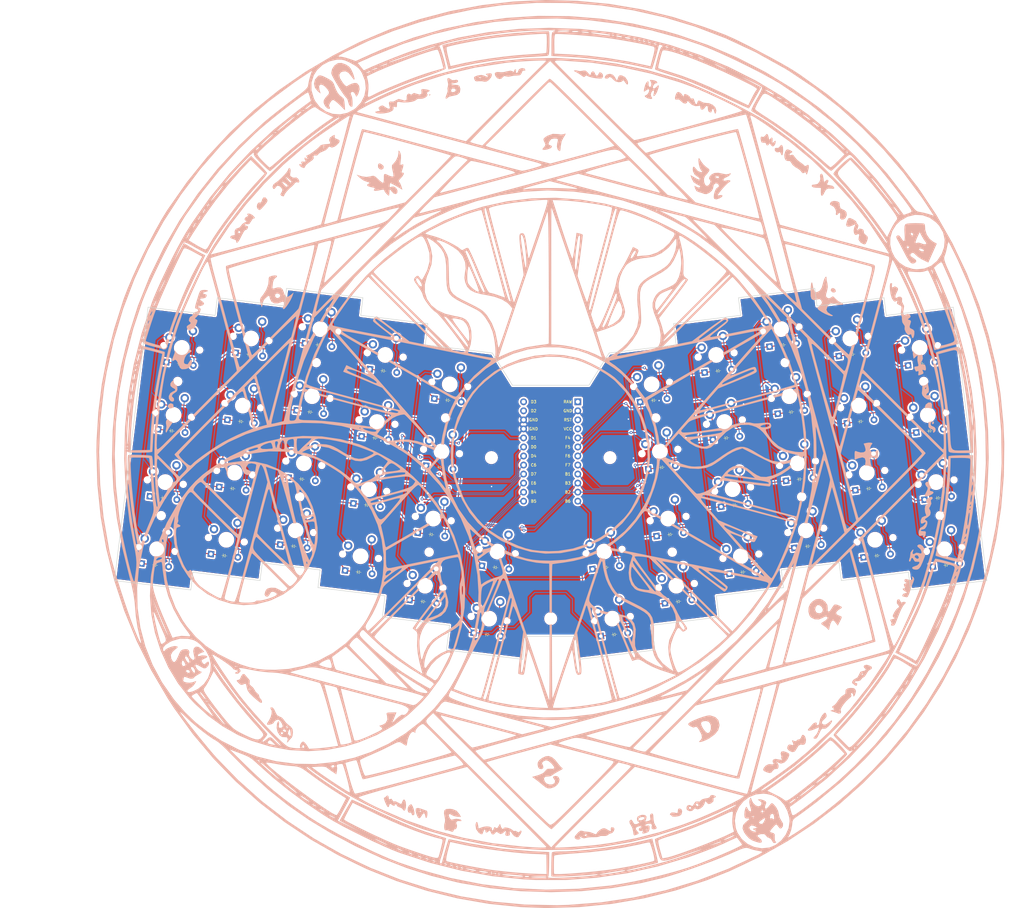
<source format=kicad_pcb>
(kicad_pcb (version 20240108) (generator "pcbnew") (generator_version "8.0")
  (title_block (title "niu") (rev "v1.0.0") (company "Unknown"))
  (layers (0 "F.Cu" signal) (31 "B.Cu" signal) (34 "B.Paste" user) (35 "F.Paste" user) (36 "B.SilkS" user "B.Silkscreen") (37 "F.SilkS" user "F.Silkscreen") (38 "B.Mask" user) (39 "F.Mask" user) (44 "Edge.Cuts" user))
  (net 0 "")
  (net 1 "pinky_bottom")
  (net 2 "D1")
  (net 3 "pinky_lower")
  (net 4 "pinky_home")
  (net 5 "pinky_top")
  (net 6 "ring_bottom")
  (net 7 "D0")
  (net 8 "ring_lower")
  (net 9 "ring_home")
  (net 10 "ring_top")
  (net 11 "middle_bottom")
  (net 12 "D4")
  (net 13 "middle_lower")
  (net 14 "middle_home")
  (net 15 "middle_top")
  (net 16 "index_bottom")
  (net 17 "C6")
  (net 18 "index_lower")
  (net 19 "index_home")
  (net 20 "index_top")
  (net 21 "inner_bottom")
  (net 22 "D7")
  (net 23 "inner_lower")
  (net 24 "inner_home")
  (net 25 "inner_top")
  (net 26 "thumb_bottom")
  (net 27 "B5")
  (net 28 "thumb_lower")
  (net 29 "mirror_pinky_bottom")
  (net 30 "F4")
  (net 31 "mirror_pinky_lower")
  (net 32 "mirror_pinky_home")
  (net 33 "mirror_pinky_top")
  (net 34 "mirror_ring_bottom")
  (net 35 "F5")
  (net 36 "mirror_ring_lower")
  (net 37 "mirror_ring_home")
  (net 38 "mirror_ring_top")
  (net 39 "mirror_middle_bottom")
  (net 40 "F6")
  (net 41 "mirror_middle_lower")
  (net 42 "mirror_middle_home")
  (net 43 "mirror_middle_top")
  (net 44 "mirror_index_bottom")
  (net 45 "F7")
  (net 46 "mirror_index_lower")
  (net 47 "mirror_index_home")
  (net 48 "mirror_index_top")
  (net 49 "mirror_inner_bottom")
  (net 50 "B1")
  (net 51 "mirror_inner_lower")
  (net 52 "mirror_inner_home")
  (net 53 "mirror_inner_top")
  (net 54 "mirror_thumb_bottom")
  (net 55 "B6")
  (net 56 "mirror_thumb_lower")
  (net 57 "RAW")
  (net 58 "GND")
  (net 59 "RST")
  (net 60 "VCC")
  (net 61 "B3")
  (net 62 "B2")
  (net 63 "D3")
  (net 64 "D2")
  (net 65 "E6")
  (net 66 "B4")
  (footprint "ComboDiode" (layer "F.Cu") (at 256.419189 179.775249 7)
    (property "Reference" "D35" (hide yes))
    (property "Value" "" (hide yes))
  )
  (footprint "ComboDiode" (layer "F.Cu") (at 233.660992 150.329287 7)
    (property "Reference" "D41" (hide yes))
    (property "Value" "" (hide yes))
  )
  (footprint "MX" (layer "F.Cu") (at 255.870777 175.308795 7)
    (property "Reference" "S35" (hide yes))
    (property "Value" "" (hide yes))
  )
  (footprint "MountingHole_2.2mm_M2" (layer "F.Cu") (at 131.883562 158.601348 -7)
    (property "Reference" "")
    (property "Value" "")
  )
  (footprint "ComboDiode" (layer "F.Cu") (at 313.603664 177.791426 7)
    (property "Reference" "D23" (hide yes))
    (property "Value" "" (hide yes))
  )
  (footprint "MX" (layer "F.Cu") (at 171.733035 145.862832 -7)
    (property "Reference" "S19" (hide yes))
    (property "Value" "" (hide yes))
  )
  (footprint "ProMicro" (layer "F.Cu") (at 202.422805 145.862828 -90)
    (property "Reference" "MCU1" (hide yes))
    (property "Value" "" (hide yes))
  )
  (footprint "ComboDiode" (layer "F.Cu") (at 267.721665 115.921872 7)
    (property "Reference" "D34" (hide yes))
    (property "Value" "" (hide yes))
  )
  (footprint "MountingHole_2.2mm_M2" (layer "F.Cu") (at 97.579158 126.179028 -7)
    (property "Reference" "")
    (property "Value" "")
  )
  (footprint "ComboDiode" (layer "F.Cu") (at 270.037181 134.780248 7)
    (property "Reference" "D33" (hide yes))
    (property "Value" "" (hide yes))
  )
  (footprint "MX" (layer "F.Cu") (at 174.048547 127.004459 -7)
    (property "Reference" "S20" (hide yes))
    (property "Value" "" (hide yes))
  )
  (footprint "MX" (layer "F.Cu") (at 133.041326 149.172168 -7)
    (property "Reference" "S10" (hide yes))
    (property "Value" "" (hide yes))
  )
  (footprint "MX" (layer "F.Cu") (at 293.587527 170.67776 7)
    (property "Reference" "S27" (hide yes))
    (property "Value" "" (hide yes))
  )
  (footprint "ComboDiode" (layer "F.Cu") (at 238.292027 188.046047 7)
    (property "Reference" "D39" (hide yes))
    (property "Value" "" (hide yes))
  )
  (footprint "ComboDiode" (layer "F.Cu") (at 289.504904 137.427458 7)
    (property "Reference" "D29" (hide yes))
    (property "Value" "" (hide yes))
  )
  (footprint "MX" (layer "F.Cu") (at 313.055257 173.32497 7)
    (property "Reference" "S23" (hide yes))
    (property "Value" "" (hide yes))
  )
  (footprint "MX" (layer "F.Cu") (at 233.112578 145.862832 7)
    (property "Reference" "S41" (hide yes))
    (property "Value" "" (hide yes))
  )
  (footprint "MX" (layer "F.Cu") (at 153.605869 137.592039 -7)
    (property "Reference" "S15" (hide yes))
    (property "Value" "" (hide yes))
  )
  (footprint "MX" (layer "F.Cu") (at 151.290356 156.450411 -7)
    (property "Reference" "S14" (hide yes))
    (property "Value" "" (hide yes))
  )
  (footprint "MX" (layer "F.Cu") (at 98.736909 116.749833 -7)
    (property "Reference" "S4" (hide yes))
    (property "Value" "" (hide yes))
  )
  (footprint "MX" (layer "F.Cu") (at 251.239742 137.592037 7)
    (property "Reference" "S37" (hide yes))
    (property "Value" "" (hide yes))
  )
  (footprint "MountingHole_3.2mm_M3" (layer "F.Cu") (at 185.757708 147.58484 -7)
    (property "Reference" "")
    (property "Value" "")
  )
  (footprint "MX" (layer "F.Cu") (at 286.640975 114.102621 7)
    (property "Reference" "S30" (hide yes))
    (property "Value" "" (hide yes))
  )
  (footprint "MX" (layer "F.Cu") (at 267.173253 111.455412 7)
    (property "Reference" "S34" (hide yes))
    (property "Value" "" (hide yes))
  )
  (footprint "MX" (layer "F.Cu") (at 137.672358 111.455414 -7)
    (property "Reference" "S12" (hide yes))
    (property "Value" "" (hide yes))
  )
  (footprint "ComboDiode" (layer "F.Cu") (at 130.177394 172.496997 -7)
    (property "Reference" "D9" (hide yes))
    (property "Value" "" (hide yes))
  )
  (footprint "ComboDiode" (layer "F.Cu") (at 117.656221 118.569084 -7)
    (property "Reference" "D8" (hide yes))
    (property "Value" "" (hide yes))
  )
  (footprint "MX" (layer "F.Cu") (at 167.101998 183.579585 -7)
    (property "Reference" "S17" (hide yes))
    (property "Value" "" (hide yes))
  )
  (footprint "ComboDiode" (layer "F.Cu") (at 155.372975 123.200123 -7)
    (property "Reference" "D16" (hide yes))
    (property "Value" "" (hide yes))
  )
  (footprint "ComboDiode" (layer "F.Cu") (at 168.869101 169.187666 -7)
    (property "Reference" "D18" (hide yes))
    (property "Value" "" (hide yes))
  )
  (footprint "MX" (layer "F.Cu") (at 115.889118 132.961002 -7)
    (property "Reference" "S7" (hide yes))
    (property "Value" "" (hide yes))
  )
  (footprint "MX" (layer "F.Cu") (at 130.725807 168.03054 -7)
    (property "Reference" "S9" (hide yes))
    (property "Value" "" (hide yes))
  )
  (footprint "MountingHole_2.2mm_M2" (layer "F.Cu") (at 92.948119 163.895778 -7)
    (property "Reference" "")
    (property "Value" "")
  )
  (footprint "ComboDiode" (layer "F.Cu") (at 217.97122 178.451004 7)
    (property "Reference" "D44" (hide yes))
    (property "Value" "" (hide yes))
  )
  (footprint "ComboDiode" (layer "F.Cu") (at 113.025188 156.28584 -7)
    (property "Reference" "D6" (hide yes))
    (property "Value" "" (hide yes))
  )
  (footprint "MountingHole_2.2mm_M2" (layer "F.Cu") (at 136.514597 120.884597 -7)
    (property "Reference" "")
    (property "Value" "")
  )
  (footprint "ComboDiode" (layer "F.Cu") (at 291.82042 156.285836 7)
    (property "Reference" "D28" (hide yes))
    (property "Value" "" (hide yes))
  )
  (footprint "MX" (layer "F.Cu") (at 230.797061 127.004461 7)
    (property "Reference" "S42" (hide yes))
    (property "Value" "" (hide yes))
  )
  (footprint "MountingHole_2.2mm_M2" (layer "F.Cu") (at 172.890791 136.433644 -7)
    (property "Reference" "")
    (property "Value" "")
  )
  (footprint "ComboDiode" (layer "F.Cu") (at 231.345473 131.470908 7)
    (property "Reference" "D42" (hide yes))
    (property "Value" "" (hide yes))
  )
  (footprint "MX" (layer "F.Cu") (at 274.119803 168.030538 7)
    (property "Reference" "S31" (hide yes))
    (property "Value" "" (hide yes))
  )
  (footprint "MX" (layer "F.Cu") (at 237.743612 183.579584 7)
    (property "Reference" "S39" (hide yes))
    (property "Value" "" (hide yes))
  )
  (footprint "MX" (layer "F.Cu") (at 111.25808 170.677759 -7)
    (property "Reference" "S5" (hide yes))
    (property "Value" "" (hide yes))
  )
  (footprint "MX" (layer "F.Cu") (at 306.1087 116.749834 7)
    (property "Reference" "S26" (hide yes))
    (property "Value" "" (hide yes))
  )
  (footprint "ComboDiode" (layer "F.Cu") (at 306.657112 121.216294 7)
    (property "Reference" "D26" (hide yes))
    (property "Value" "" (hide yes))
  )
  (footprint "MountingHole_2.2mm_M2" (layer "F.Cu") (at 168.259759 174.150399 -7)
    (property "Reference" "")
    (property "Value" "")
  )
  (footprint "ComboDiode" (layer "F.Cu") (at 93.557468 158.933046 -7)
    (property "Reference" "D2" (hide yes))
    (property "Value" "" (hide yes))
  )
  (footprint "MX" (layer "F.Cu") (at 253.55526 156.450418 7)
    (property "Reference" "S36" (hide yes))
    (property "Value" "" (hide yes))
  )
  (footprint "ComboDiode" (layer "F.Cu") (at 150.741941 160.916878 -7)
    (property "Reference" "D14" (hide yes))
    (property "Value" "" (hide yes))
  )
  (footprint "ComboDiode" (layer "F.Cu") (at 171.184619 150.329287 -7)
    (property "Reference" "D19" (hide yes))
    (property "Value" "" (hide yes))
  )
  (footprint "ComboDiode" (layer "F.Cu") (at 184.558877 197.309381 -7)
    (property "Reference" "D21" (hide yes))
    (property "Value" "" (hide yes))
  )
  (footprint "ComboDiode" (layer "F.Cu") (at 274.668216 172.496996 7)
    (property "Reference" "D31" (hide yes))
    (property "Value" "" (hide yes))
  )
  (footprint "MX" (layer "F.Cu") (at 148.974831 175.308788 -7)
    (property "Reference" "S13" (hide yes))
    (property "Value" "" (hide yes))
  )
  (footprint "MX" (layer "F.Cu") (at 187.422804 173.984545 -7)
    (property "Reference" "S22" (hide yes))
    (property "Value" "" (hide yes))
  )
  (footprint "MX" (layer "F.Cu") (at 288.956495 132.961003 7)
    (property "Reference" "S29" (hide yes))
    (property "Value" "" (hide yes))
  )
  (footprint "MX" (layer "F.Cu") (at 185.107292 192.842921 -7)
    (property "Reference" "S21" (hide yes))
    (property "Value" "" (hide yes))
  )
  (footprint "ComboDiode" (layer "F.Cu") (at 249.472636 123.200121 7)
    (property "Reference" "D38" (hide yes))
    (property "Value" "" (hide yes))
  )
  (footprint "ComboDiode" (layer "F.Cu") (at 115.340708 137.427457 -7)
    (property "Reference" "D7" (hide yes))
    (property "Value" "" (hide yes))
  )
  (footprint "MountingHole_2.2mm_M2" (layer "F.Cu") (at 311.897496 163.895781 7)
    (property "Reference" "")
    (property "Value" "")
  )
  (footprint "MX" (layer "F.Cu") (at 219.73832 192.842923 7)
    (property "Reference" "S43" (hide yes))
    (property "Value" "" (hide yes))
  )
  (footprint "MX" (layer "F.Cu") (at 308.424217 135.60821 7)
    (property "Reference" "S25" (hide yes))
    (property "Value" "" (hide yes))
  )
  (footprint "MX" (layer "F.Cu") (at 169.417513 164.721208 -7)
    (property "Reference" "S18" (hide yes))
    (property "Value" "" (hide yes))
  )
  (footprint "MountingHole_2.2mm_M2" (layer "F.Cu") (at 236.585858 174.150399 7)
    (property "Reference" "")
    (property "Value" "")
  )
  (footprint "MX" (layer "F.Cu") (at 94.105877 154.466587 -7)
    (property "Reference" "S2" (hide yes))
    (property "Value" "" (hide yes))
  )
  (footprint "MX" (layer "F.Cu") (at 96.421393 135.608211 -7)
    (property "Reference" "S3" (hide yes))
    (property "Value" "" (hide yes))
  )
  (footprint "MountingHole_2.2mm_M2" (layer "F.Cu") (at 268.331017 120.884601 7)
    (property "Reference" "")
    (property "Value" "")
  )
  (footprint "ComboDiode" (layer "F.Cu") (at 110.709669 175.144215 -7)
    (property "Reference" "D5" (hide yes))
    (property "Value" "" (hide yes))
  )
  (footprint "ComboDiode" (layer "F.Cu") (at 186.87439 178.451002 -7)
    (property "Reference" "D22" (hide yes))
    (property "Value" "" (hide yes))
  )
  (footprint "MX" (layer "F.Cu") (at 155.92139 118.733656 -7)
    (property "Reference" "S16" (hide yes))
    (property "Value" "" (hide yes))
  )
  (footprint "MX" (layer "F.Cu") (at 269.488767 130.313788 7)
    (property "Reference" "S33" (hide yes))
    (property "Value" "" (hide yes))
  )
  (footprint "ComboDiode" (layer "F.Cu") (at 95.872978 140.074673 -7)
    (property "Reference" "D3" (hide yes))
    (property "Value" "" (hide yes))
  )
  (footprint "ComboDiode" (layer "F.Cu") (at 220.286738 197.309381 7)
    (property "Reference" "D43" (hide yes))
    (property "Value" "" (hide yes))
  )
  (footprint "ComboDiode" (layer "F.Cu") (at 311.288148 158.933047 7)
    (property "Reference" "D24" (hide yes))
    (property "Value" "" (hide yes))
  )
  (footprint "MX" (layer "F.Cu") (at 217.422806 173.984545 7)
    (property "Reference" "S44" (hide yes))
    (property "Value" "" (hide yes))
  )
  (footprint "ComboDiode" (layer "F.Cu") (at 132.492912 153.638622 -7)
    (property "Reference" "D10" (hide yes))
    (property "Value" "" (hide yes))
  )
  (footprint "MountingHole_2.2mm_M2" (layer "F.Cu") (at 307.266458 126.179026 7)
    (property "Reference" "")
    (property "Value" "")
  )
  (footprint "MX" (layer "F.Cu") (at 135.356838 130.313786 -7)
    (property "Reference" "S11" (hide yes))
    (property "Value" "" (hide yes))
  )
  (footprint "ComboDiode" (layer "F.Cu") (at 287.189387 118.569083 7)
    (property "Reference" "D30" (hide yes))
    (property "Value" "" (hide yes))
  )
  (footprint "MX" (layer "F.Cu") (at 248.924226 118.733661 7)
    (property "Reference" "S38" (hide yes))
    (property "Value" "" (hide yes))
  )
  (footprint "ComboDiode" (layer "F.Cu") (at 98.188499 121.216295 -7)
    (property "Reference" "D4" (hide yes))
    (property "Value" "" (hide yes))
  )
  (footprint "ComboDiode" (layer "F.Cu") (at 254.10367 160.916877 7)
    (property "Reference" "D36" (hide yes))
    (property "Value" "" (hide yes))
  )
  (footprint "MX" (layer "F.Cu") (at 235.428099 164.721206 7)
    (property "Reference" "S40" (hide yes))
    (property "Value" "" (hide yes))
  )
  (footprint "MX" (layer "F.Cu") (at 310.739736 154.466587 7)
    (property "Reference" "S24" (hide yes))
    (property "Value" "" (hide yes))
  )
  (footprint "MX" (layer "F.Cu") (at 271.80429 149.172166 7)
    (property "Reference" "S32" (hide yes))
    (property "Value" "" (hide yes))
  )
  (footprint "MX" (layer "F.Cu") (at 91.790361 173.324965 -7)
    (property "Reference" "S1" (hide yes))
    (property "Value" "" (hide yes))
  )
  (footprint "ComboDiode" (layer "F.Cu") (at 148.426426 179.775251 -7)
    (property "Reference" "D13" (hide yes))
    (property "Value" "" (hide yes))
  )
  (footprint "ComboDiode" (layer "F.Cu") (at 173.500137 131.470909 -7)
    (property "Reference" "D20" (hide yes))
    (property "Value" "" (hide yes))
  )
  (footprint "MX" (layer "F.Cu") (at 291.272012 151.819383 7)
    (property "Reference" "S28" (hide yes))
    (property "Value" "" (hide yes))
  )
  (footprint "ComboDiode" (layer "F.Cu") (at 91.241946 177.791425 -7)
    (property "Reference" "D1" (hide yes))
    (property "Value" "" (hide yes))
  )
  (footprint "ComboDiode" (layer "F.Cu") (at 308.97263 140.074672 7)
    (property "Reference" "D25" (hide yes))
    (property "Value" "" (hide yes))
  )
  (footprint "ComboDiode" (layer "F.Cu") (at 153.057461 142.058497 -7)
    (property "Reference" "D15" (hide yes))
    (property "Value" "" (hide yes))
  )
  (footprint "MountingHole_3.2mm_M3" (layer "F.Cu") (at 202.422809 192.842929)
    (property "Reference" "")
    (property "Value" "")
  )
  (footprint "ComboDiode" (layer "F.Cu") (at 294.13594 175.144214 7)
    (property "Reference" "D27" (hide yes))
    (property "Value" "" (hide yes))
  )
  (footprint "MX" (layer "F.Cu") (at 113.573601 151.819377 -7)
    (property "Reference" "S6" (hide yes))
    (property "Value" "" (hide yes))
  )
  (footprint "ComboDiode" (layer "F.Cu") (at 137.123949 115.921873 -7)
    (property "Reference" "D12" (hide yes))
    (property "Value" "" (hide yes))
  )
  (footprint "ComboDiode" (layer "F.Cu") (at 272.3527 153.63862 7)
    (property "Reference" "D32" (hide yes))
    (property "Value" "" (hide yes))
  )
  (footprint "ComboDiode" (layer "F.Cu") (at 235.976505 169.187663 7)
    (property "Reference" "D40" (hide yes))
    (property "Value" "" (hide yes))
  )
  (footprint "ComboDiode" (layer "F.Cu") (at 251.788154 142.058497 7)
    (property "Reference" "D37" (hide yes))
    (property "Value" "" (hide yes))
  )
  (footprint "MountingHole_2.2mm_M2" (layer "F.Cu") (at 231.95482 136.433644 7)
    (property "Reference" "")
    (property "Value" "")
  )
  (footprint "MountingHole_3.2mm_M3" (layer "F.Cu") (at 219.087904 147.584841 7)
    (property "Reference" "")
    (property "Value" "")
  )
  (footprint "ComboDiode" (layer "F.Cu") (at 134.808428 134.780245 -7)
    (property "Reference" "D11" (hide yes))
    (property "Value" "" (hide yes))
  )
  (footprint "ComboDiode" (layer "F.Cu") (at 166.553578 188.046041 -7)
    (property "Reference" "D17" (hide yes))
    (property "Value" "" (hide yes))
  )
  (footprint "MX" (layer "F.Cu") (at 118.204632 114.102626 -7)
    (property "Reference" "S8" (hide yes))
    (property "Value" "" (hide yes))
  )
  (footprint "MountingHole_2.2mm_M2" (layer "F.Cu") (at 272.962051 158.601356 7)
    (property "Reference" "")
    (property "Value" "")
  )
  (footprint "LOGO" (layer "B.Cu") (at 202.33436 146.574193 -26)
    (property "Reference" "G***" (hide yes))
    (property "Value" "LOGO" (hide yes))
  )
  (gr_line (start 303.578823 184.765128) (end 325.017821 182.132755) (stroke (width 0.15)) (layer "Edge.Cuts"))
  (gr_line (start 137.01227 184.116577) (end 155.870649 186.432085) (stroke (width 0.15)) (layer "Edge.Cuts"))
  (gr_line (start 101.266785 184.765127) (end 101.876138 179.802398) (stroke (width 0.15)) (layer "Edge.Cuts"))
  (gr_line (start 127.586578 104.977979) (end 108.728201 102.662463) (stroke (width 0.15)) (layer "Edge.Cuts"))
  (gr_line (start 283.50175 177.155186) (end 284.111098 182.117918) (stroke (width 0.15)) (layer "Edge.Cuts"))
  (gr_line (start 167.883954 109.92588) (end 149.025578 107.610361) (stroke (width 0.15)) (layer "Edge.Cuts"))
  (gr_line (start 267.223996 179.153846) (end 283.50175 177.155186) (stroke (width 0.15)) (layer "Edge.Cuts"))
  (gr_line (start 155.870649 186.432085) (end 155.13943 192.387366) (stroke (width 0.15)) (layer "Edge.Cuts"))
  (gr_line (start 149.634925 102.647627) (end 128.195928 100.015247) (stroke (width 0.15)) (layer "Edge.Cuts"))
  (gr_line (start 121.343859 177.155184) (end 137.621617 179.153845) (stroke (width 0.15)) (layer "Edge.Cuts"))
  (gr_line (start 191.679436 127.254985) (end 213.166177 127.254985) (stroke (width 0.15)) (layer "Edge.Cuts"))
  (gr_line (start 186.011116 118.196676) (end 191.679436 127.254985) (stroke (width 0.15)) (layer "Edge.Cuts"))
  (gr_line (start 167.152741 115.881153) (end 167.883954 109.92588) (stroke (width 0.15)) (layer "Edge.Cuts"))
  (gr_line (start 237.692873 115.88115) (end 218.834496 118.196676) (stroke (width 0.15)) (layer "Edge.Cuts"))
  (gr_line (start 231.700888 201.650708) (end 230.847802 194.702884) (stroke (width 0.15)) (layer "Edge.Cuts"))
  (gr_line (start 128.195928 100.015247) (end 127.586578 104.977979) (stroke (width 0.15)) (layer "Edge.Cuts"))
  (gr_line (start 173.144719 201.650704) (end 194.583718 204.283082) (stroke (width 0.15)) (layer "Edge.Cuts"))
  (gr_line (start 173.997808 194.70288) (end 173.144719 201.650704) (stroke (width 0.15)) (layer "Edge.Cuts"))
  (gr_line (start 296.117408 102.662465) (end 277.259034 104.977983) (stroke (width 0.15)) (layer "Edge.Cuts"))
  (gr_line (start 284.111098 182.117918) (end 302.969476 179.802398) (stroke (width 0.15)) (layer "Edge.Cuts"))
  (gr_line (start 296.726752 107.625195) (end 296.117408 102.662465) (stroke (width 0.15)) (layer "Edge.Cuts"))
  (gr_line (start 213.166177 127.254985) (end 218.834496 118.196676) (stroke (width 0.15)) (layer "Edge.Cuts"))
  (gr_line (start 315.585129 105.309676) (end 296.726752 107.625195) (stroke (width 0.15)) (layer "Edge.Cuts"))
  (gr_line (start 209.466564 197.805655) (end 195.379045 197.805655) (stroke (width 0.15)) (layer "Edge.Cuts"))
  (gr_line (start 255.820034 107.61036) (end 236.961657 109.925876) (stroke (width 0.15)) (layer "Edge.Cuts"))
  (gr_line (start 101.876138 179.802398) (end 120.734511 182.117916) (stroke (width 0.15)) (layer "Edge.Cuts"))
  (gr_line (start 255.210687 102.647627) (end 255.820034 107.61036) (stroke (width 0.15)) (layer "Edge.Cuts"))
  (gr_line (start 302.969476 179.802398) (end 303.578823 184.765128) (stroke (width 0.15)) (layer "Edge.Cuts"))
  (gr_line (start 155.13943 192.387366) (end 173.997808 194.70288) (stroke (width 0.15)) (layer "Edge.Cuts"))
  (gr_line (start 210.261894 204.283084) (end 231.700888 201.650708) (stroke (width 0.15)) (layer "Edge.Cuts"))
  (gr_line (start 276.649685 100.015247) (end 255.210687 102.647627) (stroke (width 0.15)) (layer "Edge.Cuts"))
  (gr_line (start 108.118858 107.625195) (end 89.260479 105.30968) (stroke (width 0.15)) (layer "Edge.Cuts"))
  (gr_line (start 277.259034 104.977983) (end 276.649685 100.015247) (stroke (width 0.15)) (layer "Edge.Cuts"))
  (gr_line (start 194.583718 204.283082) (end 195.379045 197.805655) (stroke (width 0.15)) (layer "Edge.Cuts"))
  (gr_line (start 230.847802 194.702884) (end 249.706183 192.387368) (stroke (width 0.15)) (layer "Edge.Cuts"))
  (gr_line (start 248.974961 186.432085) (end 267.833341 184.116578) (stroke (width 0.15)) (layer "Edge.Cuts"))
  (gr_line (start 249.706183 192.387368) (end 248.974961 186.432085) (stroke (width 0.15)) (layer "Edge.Cuts"))
  (gr_line (start 315.585129 105.309676) (end 325.017821 182.132755) (stroke (width 0.15)) (layer "Edge.Cuts"))
  (gr_line (start 186.011116 118.196676) (end 167.152741 115.881153) (stroke (width 0.15)) (layer "Edge.Cuts"))
  (gr_line (start 236.961657 109.925876) (end 237.692873 115.88115) (stroke (width 0.15)) (layer "Edge.Cuts"))
  (gr_line (start 137.621617 179.153845) (end 137.01227 184.116577) (stroke (width 0.15)) (layer "Edge.Cuts"))
  (gr_line (start 120.734511 182.117916) (end 121.343859 177.155184) (stroke (width 0.15)) (layer "Edge.Cuts"))
  (gr_line (start 209.466564 197.805655) (end 210.261894 204.283084) (stroke (width 0.15)) (layer "Edge.Cuts"))
  (gr_line (start 267.833341 184.116578) (end 267.223996 179.153846) (stroke (width 0.15)) (layer "Edge.Cuts"))
  (gr_line (start 79.827791 182.132751) (end 89.260479 105.30968) (stroke (width 0.15)) (layer "Edge.Cuts"))
  (gr_line (start 149.025578 107.610361) (end 149.634925 102.647627) (stroke (width 0.15)) (layer "Edge.Cuts"))
  (gr_line (start 108.728201 102.662463) (end 108.118858 107.625195) (stroke (width 0.15)) (layer "Edge.Cuts"))
  (gr_line (start 79.827791 182.132751) (end 101.266785 184.765127) (stroke (width 0.15)) (layer "Edge.Cuts"))
  (segment (start 94.643967 170.926168) (end 95.302292 171.768787) (width 0.25) (layer "B.Cu") (net 1))
  (segment (start 94.930522 168.592387) (end 94.643967 170.926168) (width 0.25) (layer "B.Cu") (net 1))
  (segment (start 95.270782 176.24218) (end 95.023549 178.255747) (width 0.25) (layer "B.Cu") (net 1))
  (segment (start 95.302292 171.768787) (end 94.823349 175.669491) (width 0.25) (layer "B.Cu") (net 1))
  (segment (start 94.823349 175.669491) (end 95.270782 176.24218) (width 0.25) (layer "B.Cu") (net 1))
  (segment (start 123.951763 130.774713) (end 116.467963 129.855814) (width 0.25) (layer "F.Cu") (net 2))
  (segment (start 166.611407 136.586939) (end 155.435336 135.214691) (width 0.25) (layer "F.Cu") (net 2))
  (segment (start 136.268453 127.370366) (end 135.005973 125.754465) (width 0.25) (layer "F.Cu") (net 2))
  (segment (start 116.467963 129.855814) (end 114.195494 126.947193) (width 0.25) (layer "F.Cu") (net 2))
  (segment (start 94.928006 132.865777) (end 92.949339 132.622828) (width 0.25) (layer "F.Cu") (net 2))
  (segment (start 111.91264 126.666893) (end 103.342787 133.362398) (width 0.25) (layer "F.Cu") (net 2))
  (segment (start 171.566977 142.92978) (end 166.611407 136.586939) (width 0.25) (layer "F.Cu") (net 2))
  (segment (start 135.005973 125.754465) (end 131.006016 125.263328) (width 0.25) (layer "F.Cu") (net 2))
  (segment (start 95.521525 132.402073) (end 94.928006 132.865777) (width 0.25) (layer "F.Cu") (net 2))
  (segment (start 131.006016 125.263328) (end 123.951763 130.774713) (width 0.25) (layer "F.Cu") (net 2))
  (segment (start 155.435336 135.214691) (end 150.690151 129.141127) (width 0.25) (layer "F.Cu") (net 2))
  (segment (start 176.513294 143.537114) (end 171.566977 142.92978) (width 0.25) (layer "F.Cu") (net 2))
  (segment (start 150.690151 129.141127) (end 136.268453 127.370366) (width 0.25) (layer "F.Cu") (net 2))
  (segment (start 103.342787 133.362398) (end 95.521525 132.402073) (width 0.25) (layer "F.Cu") (net 2))
  (segment (start 114.195494 126.947193) (end 111.91264 126.666893) (width 0.25) (layer "F.Cu") (net 2))
  (via (at 176.513294 143.537114) (size 0.8) (drill 0.4) (layers "F.Cu" "B.Cu") (net 2))
  (segment (start 93.615545 113.561939) (end 91.974911 114.843744) (width 0.25) (layer "B.Cu") (net 2))
  (segment (start 189.38906 140.332587) (end 191.1093 142.052826) (width 0.25) (layer "B.Cu") (net 2))
  (segment (start 95.264858 113.764447) (end 93.615545 113.561939) (width 0.25) (layer "B.Cu") (net 2))
  (segment (start 87.905213 147.98874) (end 85.589699 166.847122) (width 0.25) (layer "B.Cu") (net 2))
  (segment (start 90.220732 129.130369) (end 87.905213 147.98874) (width 0.25) (layer "B.Cu") (net 2))
  (segment (start 91.974911 114.843744) (end 90.220732 129.130369) (width 0.25) (layer "B.Cu") (net 2))
  (segment (start 179.717822 140.332584) (end 189.38906 140.332587) (width 0.25) (layer "B.Cu") (net 2))
  (segment (start 176.513294 143.537114) (end 179.717822 140.332584) (width 0.25) (layer "B.Cu") (net 2))
  (segment (start 90.220732 129.130369) (end 92.949339 132.622828) (width 0.25) (layer "B.Cu") (net 2))
  (segment (start 85.589699 166.847122) (end 88.318305 170.339582) (width 0.25) (layer "B.Cu") (net 2))
  (segment (start 87.905213 147.98874) (end 90.633829 151.4812) (width 0.25) (layer "B.Cu") (net 2))
  (segment (start 191.1093 142.052826) (end 194.802802 142.052825) (width 0.25) (layer "B.Cu") (net 2))
  (segment (start 96.897336 152.573988) (end 97.520832 153.372028) (width 0.25) (layer "B.Cu") (net 3))
  (segment (start 97.572895 157.492985) (end 97.339067 159.39737) (width 0.25) (layer "B.Cu") (net 3))
  (segment (start 97.246042 149.734008) (end 96.897336 152.573988) (width 0.25) (layer "B.Cu") (net 3))
  (segment (start 97.090634 156.875717) (end 97.572895 157.492985) (width 0.25) (layer "B.Cu") (net 3))
  (segment (start 97.520832 153.372028) (end 97.090634 156.875717) (width 0.25) (layer "B.Cu") (net 3))
  (segment (start 99.561556 130.875633) (end 99.218946 133.665987) (width 0.25) (layer "B.Cu") (net 4))
  (segment (start 99.904253 138.505583) (end 99.654581 140.538993) (width 0.25) (layer "B.Cu") (net 4))
  (segment (start 99.650898 134.218858) (end 99.230445 137.643135) (width 0.25) (layer "B.Cu") (net 4))
  (segment (start 99.218946 133.665987) (end 99.650898 134.218858) (width 0.25) (layer "B.Cu") (net 4))
  (segment (start 99.230445 137.643135) (end 99.904253 138.505583) (width 0.25) (layer "B.Cu") (net 4))
  (segment (start 101.877073 112.017253) (end 101.52837 114.857237) (width 0.25) (layer "B.Cu") (net 5))
  (segment (start 101.52837 114.857237) (end 102.056089 115.532689) (width 0.25) (layer "B.Cu") (net 5))
  (segment (start 101.622232 119.066152) (end 102.200271 119.806013) (width 0.25) (layer "B.Cu") (net 5))
  (segment (start 102.056089 115.532689) (end 101.622232 119.066152) (width 0.25) (layer "B.Cu") (net 5))
  (segment (start 102.200271 119.806013) (end 101.970101 121.680621) (width 0.25) (layer "B.Cu") (net 5))
  (segment (start 114.398241 165.945166) (end 114.055637 168.73553) (width 0.25) (layer "B.Cu") (net 6))
  (segment (start 114.788471 173.188025) (end 114.491274 175.608534) (width 0.25) (layer "B.Cu") (net 6))
  (segment (start 114.679129 169.533565) (end 114.306211 172.570759) (width 0.25) (layer "B.Cu") (net 6))
  (segment (start 114.306211 172.570759) (end 114.788471 173.188025) (width 0.25) (layer "B.Cu") (net 6))
  (segment (start 114.055637 168.73553) (end 114.679129 169.533565) (width 0.25) (layer "B.Cu") (net 6))
  (segment (start 116.645598 140.5782) (end 130.114449 142.231967) (width 0.25) (layer "F.Cu") (net 7))
  (segment (start 110.101544 148.833988) (end 110.717351 148.352872) (width 0.25) (layer "F.Cu") (net 7))
  (segment (start 133.221121 142.613418) (end 134.446976 141.655672) (width 0.25) (layer "F.Cu") (net 7))
  (segment (start 161.130196 141.456051) (end 165.80482 147.439297) (width 0.25) (layer "F.Cu") (net 7))
  (segment (start 134.736723 141.429296) (end 141.734174 142.288477) (width 0.25) (layer "F.Cu") (net 7))
  (segment (start 141.734174 142.288477) (end 145.406596 142.739394) (width 0.25) (layer "F.Cu") (net 7))
  (segment (start 110.528415 145.357468) (end 112.689425 143.669102) (width 0.25) (layer "F.Cu") (net 7))
  (segment (start 160.713328 141.404867) (end 161.130196 141.456051) (width 0.25) (layer "F.Cu") (net 7))
  (segment (start 130.114449 142.231967) (end 133.221121 142.613418) (width 0.25) (layer "F.Cu") (net 7))
  (segment (start 112.689425 143.669102) (end 116.645598 140.5782) (width 0.25) (layer "F.Cu") (net 7))
  (segment (start 145.406596 142.739394) (end 160.284864 144.566215) (width 0.25) (layer "F.Cu") (net 7))
  (segment (start 134.446976 141.655672) (end 134.736723 141.429296) (width 0.25) (layer "F.Cu") (net 7))
  (segment (start 160.284864 144.566215) (end 160.29357 144.577358) (width 0.25) (layer "F.Cu") (net 7))
  (segment (start 110.101552 148.833986) (end 110.528415 145.357468) (width 0.25) (layer "F.Cu") (net 7))
  (via (at 160.29357 144.577358) (size 0.8) (drill 0.4) (layers "F.Cu" "B.Cu") (net 7))
  (via (at 160.713328 141.404867) (size 0.8) (drill 0.4) (layers "F.Cu" "B.Cu") (net 7))
  (via (at 165.80482 147.439297) (size 0.8) (drill 0.4) (layers "F.Cu" "B.Cu") (net 7))
  (segment (start 113.118229 110.919018) (end 111.382618 112.275032) (width 0.25) (layer "B.Cu") (net 7))
  (segment (start 160.29357 144.577358) (end 160.679896 141.430988) (width 0.25) (layer "B.Cu") (net 7))
  (segment (start 174.760584 153.963533) (end 168.236351 147.439298) (width 0.25) (layer "B.Cu") (net 7))
  (segment (start 109.644921 126.427432) (end 112.417066 129.975616) (width 0.25) (layer "B.Cu") (net 7))
  (segment (start 160.679896 141.430988) (end 160.713328 141.404867) (width 0.25) (layer "B.Cu") (net 7))
  (segment (start 107.351747 145.314399) (end 105.036223 164.172776) (width 0.25) (layer "B.Cu") (net 7))
  (segment (start 111.382618 112.275032) (end 109.644921 126.427432) (width 0.25) (layer "B.Cu") (net 7))
  (segment (start 109.644921 126.427432) (end 107.329406 145.285807) (width 0.25) (layer "B.Cu") (net 7))
  (segment (start 168.236351 147.439298) (end 165.80482 147.439297) (width 0.25) (layer "B.Cu") (net 7))
  (segment (start 107.329406 145.285807) (end 110.101544 148.833988) (width 0.25) (layer "B.Cu") (net 7))
  (segment (start 192.627806 146.767826) (end 192.627804 152.478636) (width 0.25) (layer "B.Cu") (net 7))
  (segment (start 114.732581 111.117238) (end 113.118229 110.919018) (width 0.25) (layer "B.Cu") (net 7))
  (segment (start 192.627804 152.478636) (end 191.14291 153.963532) (width 0.25) (layer "B.Cu") (net 7))
  (segment (start 191.14291 153.963532) (end 174.760584 153.963533) (width 0.25) (layer "B.Cu") (net 7))
  (segment (start 194.802803 144.592828) (end 192.627806 146.767826) (width 0.25) (layer "B.Cu") (net 7))
  (segment (start 105.036223 164.172776) (end 107.786027 167.692368) (width 0.25) (layer "B.Cu") (net 7))
  (segment (start 107.329406 145.285807) (end 107.351747 145.314399) (width 0.25) (layer "B.Cu") (net 7))
  (segment (start 117.103993 154.32965) (end 116.806789 156.750157) (width 0.25) (layer "B.Cu") (net 8))
  (segment (start 116.713762 147.086791) (end 116.332154 150.194762) (width 0.25) (layer "B.Cu") (net 8))
  (segment (start 116.586902 153.667808) (end 117.103993 154.32965) (width 0.25) (layer "B.Cu") (net 8))
  (segment (start 116.920826 150.948225) (end 116.586902 153.667808) (width 0.25) (layer "B.Cu") (net 8))
  (segment (start 116.332154 150.194762) (end 116.920826 150.948225) (width 0.25) (layer "B.Cu") (net 8))
  (segment (start 119.363447 135.927849) (end 119.122304 137.891782) (width 0.25) (layer "B.Cu") (net 9))
  (segment (start 119.029276 128.228413) (end 118.684232 131.03863) (width 0.25) (layer "B.Cu") (net 9))
  (segment (start 119.307734 131.836663) (end 118.881187 135.310579) (width 0.25) (layer "B.Cu") (net 9))
  (segment (start 118.684232 131.03863) (end 119.307734 131.836663) (width 0.25) (layer "B.Cu") (net 9))
  (segment (start 118.881187 135.310579) (end 119.363447 135.927849) (width 0.25) (layer "B.Cu") (net 9))
  (segment (start 121.046602 116.443847) (end 121.659463 117.228275) (width 0.25) (layer "B.Cu") (net 10))
  (segment (start 121.659463 117.228275) (end 121.437822 119.033404) (width 0.25) (layer "B.Cu") (net 10))
  (segment (start 121.344799 109.370043) (end 121.02656 111.961893) (width 0.25) (layer "B.Cu") (net 10))
  (segment (start 121.02656 111.961893) (end 121.519454 112.592765) (width 0.25) (layer "B.Cu") (net 10))
  (segment (start 121.519454 112.592765) (end 121.046602 116.443847) (width 0.25) (layer "B.Cu") (net 10))
  (segment (start 134.020613 167.011903) (end 133.591637 170.505667) (width 0.25) (layer "B.Cu") (net 11))
  (segment (start 133.492888 166.336449) (end 134.020613 167.011903) (width 0.25) (layer "B.Cu") (net 11))
  (segment (start 133.591637 170.505667) (end 134.16967 171.245524) (width 0.25) (layer "B.Cu") (net 11))
  (segment (start 133.865972 163.297955) (end 133.492888 166.336449) (width 0.25) (layer "B.Cu") (net 11))
  (segment (start 134.16967 171.245524) (end 133.958996 172.961325) (width 0.25) (layer "B.Cu") (net 11))
  (segment (start 129.569269 146.186775) (end 130.341092 145.583763) (width 0.25) (layer "F.Cu") (net 12))
  (segment (start 164.686691 149.80087) (end 166.053649 151.550501) (width 0.25) (layer "F.Cu") (net 12))
  (segment (start 131.664679 145.746279) (end 164.686691 149.80087) (width 0.25) (layer "F.Cu") (net 12))
  (segment (start 166.053649 151.550501) (end 171.120586 152.172645) (width 0.25) (layer "F.Cu") (net 12))
  (segment (start 130.341092 145.583763) (end 131.664679 145.746279) (width 0.25) (layer "F.Cu") (net 12))
  (via (at 171.120586 152.172645) (size 0.8) (drill 0.4) (layers "F.Cu" "B.Cu") (net 12))
  (segment (start 124.559973 161.597273) (end 127.253756 165.045148) (width 0.25) (layer "B.Cu") (net 12))
  (segment (start 193.077804 148.857826) (end 193.077805 152.665034) (width 0.25) (layer "B.Cu") (net 12))
  (segment (start 126.875489 142.738895) (end 124.559973 161.597273) (width 0.25) (layer "B.Cu") (net 12))
  (segment (start 173.361476 154.413535) (end 171.120586 152.172645) (width 0.25) (layer "B.Cu") (net 12))
  (segment (start 193.077805 152.665034) (end 191.329303 154.413533) (width 0.25) (layer "B.Cu") (net 12))
  (segment (start 132.188939 108.223058) (end 130.999391 109.152431) (width 0.25) (layer "B.Cu") (net 12))
  (segment (start 134.200309 108.470028) (end 132.188939 108.223058) (width 0.25) (layer "B.Cu") (net 12))
  (segment (start 126.875489 142.738895) (end 129.569269 146.186775) (width 0.25) (layer "B.Cu") (net 12))
  (segment (start 129.191011 123.880515) (end 126.875489 142.738895) (width 0.25) (layer "B.Cu") (net 12))
  (segment (start 129.191011 123.880515) (end 131.884792 127.328397) (width 0.25) (layer "B.Cu") (net 12))
  (segment (start 194.802803 147.132828) (end 193.077804 148.857826) (width 0.25) (layer "B.Cu") (net 12))
  (segment (start 191.329303 154.413533) (end 173.361476 154.413535) (width 0.25) (layer "B.Cu") (net 12))
  (segment (start 130.999391 109.152431) (end 129.191011 123.880515) (width 0.25) (layer "B.Cu") (net 12))
  (segment (start 135.814499 147.428446) (end 136.298687 148.048176) (width 0.25) (layer "B.Cu") (net 13))
  (segment (start 135.926987 151.075445) (end 136.54856 151.871021) (width 0.25) (layer "B.Cu") (net 13))
  (segment (start 136.54856 151.871021) (end 136.274513 154.102948) (width 0.25) (layer "B.Cu") (net 13))
  (segment (start 136.181487 144.439575) (end 135.814499 147.428446) (width 0.25) (layer "B.Cu") (net 13))
  (segment (start 136.298687 148.048176) (end 135.926987 151.075445) (width 0.25) (layer "B.Cu") (net 13))
  (segment (start 138.763257 128.714422) (end 138.258715 132.823563) (width 0.25) (layer "B.Cu") (net 14))
  (segment (start 138.200701 127.99439) (end 138.763257 128.714422) (width 0.25) (layer "B.Cu") (net 14))
  (segment (start 138.258715 132.823563) (end 138.801924 133.518842) (width 0.25) (layer "B.Cu") (net 14))
  (segment (start 138.801924 133.518842) (end 138.59003 135.24457) (width 0.25) (layer "B.Cu") (net 14))
  (segment (start 138.497006 125.5812) (end 138.200701 127.99439) (width 0.25) (layer "B.Cu") (net 14))
  (segment (start 140.888453 110.175229) (end 140.464349 113.629297) (width 0.25) (layer "B.Cu") (net 15))
  (segment (start 141.138157 114.491735) (end 140.90555 116.386194) (width 0.25) (layer "B.Cu") (net 15))
  (segment (start 140.464349 113.629297) (end 141.138157 114.491735) (width 0.25) (layer "B.Cu") (net 15))
  (segment (start 140.812518 106.722824) (end 140.456503 109.622365) (width 0.25) (layer "B.Cu") (net 15))
  (segment (start 140.456503 109.622365) (end 140.888453 110.175229) (width 0.25) (layer "B.Cu") (net 15))
  (segment (start 152.115 170.576204) (end 151.804072 173.108496) (width 0.25) (layer "B.Cu") (net 16))
  (segment (start 151.804072 173.108496) (end 152.323086 173.772811) (width 0.25) (layer "B.Cu") (net 16))
  (segment (start 151.822205 177.852179) (end 152.408952 178.603169) (width 0.25) (layer "B.Cu") (net 16))
  (segment (start 152.408952 178.603169) (end 152.208025 180.239567) (width 0.25) (layer "B.Cu") (net 16))
  (segment (start 152.323086 173.772811) (end 151.822205 177.852179) (width 0.25) (layer "B.Cu") (net 16))
  (segment (start 149.667937 153.692129) (end 150.361749 153.150063) (width 0.25) (layer "F.Cu") (net 17))
  (segment (start 150.361749 153.150063) (end 173.829058 156.031484) (width 0.25) (layer "F.Cu") (net 17))
  (segment (start 147.818296 153.46502) (end 149.667937 153.692129) (width 0.25) (layer "F.Cu") (net 17))
  (via (at 173.829058 156.031484) (size 0.8) (drill 0.4) (layers "F.Cu" "B.Cu") (net 17))
  (segment (start 175.330158 157.532588) (end 173.829058 156.031484) (width 0.25) (layer "B.Cu") (net 17))
  (segment (start 145.294871 150.235182) (end 147.818296 153.46502) (width 0.25) (layer "B.Cu") (net 17))
  (segment (start 152.449337 115.748274) (end 150.566999 115.517145) (width 0.25) (layer "B.Cu") (net 17))
  (segment (start 145.294871 150.235182) (end 142.979356 169.093562) (width 0.25) (layer "B.Cu") (net 17))
  (segment (start 147.56193 131.314783) (end 147.610391 131.376809) (width 0.25) (layer "B.Cu") (net 17))
  (segment (start 150.566999 115.517145) (end 149.388591 116.437817) (width 0.25) (layer "B.Cu") (net 17))
  (segment (start 142.979356 169.093562) (end 145.502786 172.3234) (width 0.25) (layer "B.Cu") (net 17))
  (segment (start 147.610391 131.376809) (end 145.294871 150.235182) (width 0.25) (layer "B.Cu") (net 17))
  (segment (start 188.846648 157.532585) (end 175.330158 157.532588) (width 0.25) (layer "B.Cu") (net 17))
  (segment (start 194.802805 149.672828) (end 193.527805 150.947827) (width 0.25) (layer "B.Cu") (net 17))
  (segment (start 193.527805 150.947827) (end 193.527805 152.85143) (width 0.25) (layer "B.Cu") (net 17))
  (segment (start 147.56193 131.314783) (end 150.133817 134.606652) (width 0.25) (layer "B.Cu") (net 17))
  (segment (start 149.388591 116.437817) (end 147.56193 131.314783) (width 0.25) (layer "B.Cu") (net 17))
  (segment (start 193.527805 152.85143) (end 188.846648 157.532585) (width 0.25) (layer "B.Cu") (net 17))
  (segment (start 154.558337 155.075851) (end 154.123262 158.619243) (width 0.25) (layer "B.Cu") (net 18))
  (segment (start 154.430516 151.717827) (end 154.091562 154.478405) (width 0.25) (layer "B.Cu") (net 18))
  (segment (start 154.123262 158.619243) (end 154.762246 159.437107) (width 0.25) (layer "B.Cu") (net 18))
  (segment (start 154.091562 154.478405) (end 154.558337 155.075851) (width 0.25) (layer "B.Cu") (net 18))
  (segment (start 154.762246 159.437107) (end 154.523544 161.381193) (width 0.25) (layer "B.Cu") (net 18))
  (segment (start 156.380268 135.838388) (end 157.003769 136.63643) (width 0.25) (layer "B.Cu") (net 19))
  (segment (start 156.663749 139.405638) (end 157.146012 140.022905) (width 0.25) (layer "B.Cu") (net 19))
  (segment (start 157.003769 136.63643) (end 156.663749 139.405638) (width 0.25) (layer "B.Cu") (net 19))
  (segment (start 157.146012 140.022905) (end 156.839059 142.522814) (width 0.25) (layer "B.Cu") (net 19))
  (segment (start 156.746032 132.859448) (end 156.380268 135.838388) (width 0.25) (layer "B.Cu") (net 19))
  (segment (start 158.673851 117.158673) (end 159.262521 117.912136) (width 0.25) (layer "B.Cu") (net 20))
  (segment (start 159.061552 114.001076) (end 158.673851 117.158673) (width 0.25) (layer "B.Cu") (net 20))
  (segment (start 159.262521 117.912136) (end 158.913972 120.75082) (width 0.25) (layer "B.Cu") (net 20))
  (segment (start 158.913972 120.75082) (end 159.431065 121.412665) (width 0.25) (layer "B.Cu") (net 20))
  (segment (start 159.431065 121.412665) (end 159.154579 123.664436) (width 0.25) (layer "B.Cu") (net 20))
  (segment (start 170.087794 185.898166) (end 170.578768 186.526573) (width 0.25) (layer "B.Cu") (net 21))
  (segment (start 169.856891 181.98475) (end 170.471686 182.771648) (width 0.25) (layer "B.Cu") (net 21))
  (segment (start 170.578768 186.526573) (end 170.335186 188.510366) (width 0.25) (layer "B.Cu") (net 21))
  (segment (start 170.471686 182.771648) (end 170.087794 185.898166) (width 0.25) (layer "B.Cu") (net 21))
  (segment (start 170.242163 178.846996) (end 169.856891 181.98475) (width 0.25) (layer "B.Cu") (net 21))
  (segment (start 164.028745 137.460426) (end 168.260985 142.877442) (width 0.25) (layer "B.Cu") (net 22))
  (segment (start 161.713228 156.318812) (end 159.397711 175.177186) (width 0.25) (layer "B.Cu") (net 22))
  (segment (start 165.945462 161.735817) (end 169.688693 157.992586) (width 0.25) (layer "B.Cu") (net 22))
  (segment (start 164.028745 137.460426) (end 161.713228 156.318812) (width 0.25) (layer "B.Cu") (net 22))
  (segment (start 189.023048 157.992585) (end 189.266051 157.749579) (width 0.25) (layer "B.Cu") (net 22))
  (segment (start 167.080125 123.589765) (end 165.588785 124.754929) (width 0.25) (layer "B.Cu") (net 22))
  (segment (start 169.688693 157.992586) (end 189.023048 157.992585) (width 0.25) (layer "B.Cu") (net 22))
  (segment (start 170.576496 124.019067) (end 167.080125 123.589765) (width 0.25) (layer "B.Cu") (net 22))
  (segment (start 161.713228 156.318812) (end 165.945463 161.735819) (width 0.25) (layer "B.Cu") (net 22))
  (segment (start 194.802806 152.212826) (end 189.266051 157.749579) (width 0.25) (layer "B.Cu") (net 22))
  (segment (start 159.397711 175.177186) (end 163.629944 180.594196) (width 0.25) (layer "B.Cu") (net 22))
  (segment (start 165.588785 124.754929) (end 164.028745 137.460426) (width 0.25) (layer "B.Cu") (net 22))
  (segment (start 172.649111 163.725039) (end 172.328594 166.335426) (width 0.25) (layer "B.Cu") (net 23))
  (segment (start 172.958876 167.142149) (end 172.650706 169.651983) (width 0.25) (layer "B.Cu") (net 23))
  (segment (start 172.557676 159.988621) (end 172.173631 163.116451) (width 0.25) (layer "B.Cu") (net 23))
  (segment (start 172.328594 166.335426) (end 172.958876 167.142149) (width 0.25) (layer "B.Cu") (net 23))
  (segment (start 172.173631 163.116451) (end 172.649111 163.725039) (width 0.25) (layer "B.Cu") (net 23))
  (segment (start 174.514742 144.049633) (end 175.042465 144.725087) (width 0.25) (layer "B.Cu") (net 24))
  (segment (start 175.27439 148.283772) (end 174.966218 150.793607) (width 0.25) (layer "B.Cu") (net 24))
  (segment (start 174.696355 147.543915) (end 175.27439 148.283772) (width 0.25) (layer "B.Cu") (net 24))
  (segment (start 175.042465 144.725087) (end 174.696355 147.543915) (width 0.25) (layer "B.Cu") (net 24))
  (segment (start 174.873198 141.130244) (end 174.514742 144.049633) (width 0.25) (layer "B.Cu") (net 24))
  (segment (start 176.838787 125.121779) (end 177.505819 125.975534) (width 0.25) (layer "B.Cu") (net 25))
  (segment (start 177.188712 122.271866) (end 176.838787 125.121779) (width 0.25) (layer "B.Cu") (net 25))
  (segment (start 177.157274 128.814217) (end 177.596003 129.375767) (width 0.25) (layer "B.Cu") (net 25))
  (segment (start 177.505819 125.975534) (end 177.157274 128.814217) (width 0.25) (layer "B.Cu") (net 25))
  (segment (start 177.596003 129.375767) (end 177.281741 131.935232) (width 0.25) (layer "B.Cu") (net 25))
  (segment (start 187.926131 190.727292) (end 188.466344 191.418734) (width 0.25) (layer "F.Cu") (net 26))
  (segment (start 188.466344 191.418734) (end 188.116581 194.26734) (width 0.25) (layer "F.Cu") (net 26))
  (segment (start 188.682125 194.991204) (end 188.340478 197.773705) (width 0.25) (layer "F.Cu") (net 26))
  (segment (start 188.116581 194.26734) (end 188.682125 194.991204) (width 0.25) (layer "F.Cu") (net 26))
  (segment (start 188.247455 188.110341) (end 187.926131 190.727292) (width 0.25) (layer "F.Cu") (net 26))
  (segment (start 182.376107 170.805816) (end 180.250448 172.466561) (width 0.25) (layer "B.Cu") (net 27))
  (segment (start 178.593186 185.96389) (end 181.635236 189.857539) (width 0.25) (layer "B.Cu") (net 27))
  (segment (start 180.250448 172.466561) (end 178.593186 185.96389) (width 0.25) (layer "B.Cu") (net 27))
  (segment (start 183.95075 170.999159) (end 182.376107 170.805816) (width 0.25) (layer "B.Cu") (net 27))
  (segment (start 192.714178 159.83283) (end 194.802804 159.832833) (width 0.25) (layer "B.Cu") (net 27))
  (segment (start 183.950754 168.596252) (end 192.714178 159.83283) (width 0.25) (layer "B.Cu") (net 27))
  (segment (start 183.950753 170.999156) (end 183.950754 168.596252) (width 0.25) (layer "B.Cu") (net 27))
  (segment (start 190.374295 175.926136) (end 190.934914 176.643702) (width 0.25) (layer "B.Cu") (net 28))
  (segment (start 190.562968 169.251965) (end 190.217921 172.062172) (width 0.25) (layer "B.Cu") (net 28))
  (segment (start 190.934914 176.643702) (end 190.655997 178.915329) (width 0.25) (layer "B.Cu") (net 28))
  (segment (start 190.217921 172.062172) (end 190.763052 172.759912) (width 0.25) (layer "B.Cu") (net 28))
  (segment (start 190.763052 172.759912) (end 190.374295 175.926136) (width 0.25) (layer "B.Cu") (net 28))
  (segment (start 316.429397 174.695565) (end 317.129293 175.242382) (width 0.25) (layer "B.Cu") (net 29))
  (segment (start 314.957222 167.973284) (end 315.334974 171.049807) (width 0.25) (layer "B.Cu") (net 29))
  (segment (start 317.129293 175.242382) (end 317.385267 177.327101) (width 0.25) (layer "B.Cu") (net 29))
  (segment (start 316.05038 171.608743) (end 316.429397 174.695565) (width 0.25) (layer "B.Cu") (net 29))
  (segment (start 315.334974 171.049807) (end 316.05038 171.608743) (width 0.25) (layer "B.Cu") (net 29))
  (segment (start 230.86909 123.9646) (end 236.516679 123.271162) (width 0.25) (layer "F.Cu") (net 30))
  (segment (start 287.043159 110.961785) (end 291.995968 110.353655) (width 0.25) (layer "F.Cu") (net 30))
  (segment (start 291.995968 110.353655) (end 295.829559 113.348785) (width 0.25) (layer "F.Cu") (net 30))
  (segment (start 228.785134 122.336434) (end 230.86909 123.9646) (width 0.25) (layer "F.Cu") (net 30))
  (segment (start 247.449316 114.090377) (end 249.32153 115.553112) (width 0.25) (layer "F.Cu") (net 30))
  (segment (start 295.988363 113.329285) (end 298.315724 115.147622) (width 0.25) (layer "F.Cu") (net 30))
  (segment (start 278.595942 110.024256) (end 284.85891 109.255255) (width 0.25) (layer "F.Cu") (net 30))
  (segment (start 261.464003 107.281667) (end 265.731955 106.757629) (width 0.25) (layer "F.Cu") (net 30))
  (segment (start 255.604349 114.781682) (end 261.464003 107.281667) (width 0.25) (layer "F.Cu") (net 30))
  (segment (start 298.315724 115.147622) (end 302.01755 114.693093) (width 0.25) (layer "F.Cu") (net 30))
  (segment (start 236.516679 123.271162) (end 243.290545 114.601017) (width 0.25) (layer "F.Cu") (net 30))
  (segment (start 265.731955 106.757629) (end 267.860487 108.420619) (width 0.25) (layer "F.Cu") (net 30))
  (segment (start 284.85891 109.255255) (end 287.043159 110.961785) (width 0.25) (layer "F.Cu") (net 30))
  (segment (start 243.290545 114.601017) (end 247.449316 114.090377) (width 0.25) (layer "F.Cu") (net 30))
  (segment (start 249.32153 115.553112) (end 255.604349 114.781682) (width 0.25) (layer "F.Cu") (net 30))
  (segment (start 295.829559 113.348785) (end 295.988363 113.329285) (width 0.25) (layer "F.Cu") (net 30))
  (segment (start 275.364135 107.499288) (end 278.595942 110.024256) (width 0.25) (layer "F.Cu") (net 30))
  (segment (start 267.860487 108.420619) (end 275.364135 107.499288) (width 0.25) (layer "F.Cu") (net 30))
  (via (at 228.785134 122.336434) (size 0.8) (drill 0.4) (layers "F.Cu" "B.Cu") (net 30))
  (segment (start 225.80057 122.336432) (end 228.785134 122.336434) (width 0.25) (layer "B.Cu") (net 30))
  (segment (start 222.750473 131.126527) (end 223.977792 129.55563) (width 0.25) (layer "B.Cu") (net 30))
  (segment (start 300.254341 114.90959) (end 299.330037 116.092633) (width 0.25) (layer "B.Cu") (net 30))
  (segment (start 300.818067 128.211622) (end 303.485828 149.938828) (width 0.25) (layer "B.Cu") (net 30))
  (segment (start 302.01755 114.693093) (end 300.254341 114.90959) (width 0.25) (layer "B.Cu") (net 30))
  (segment (start 210.042806 142.05283) (end 211.824174 142.052832) (width 0.25) (layer "B.Cu") (net 30))
  (segment (start 303.485828 149.938828) (end 305.801349 168.797205) (width 0.25) (layer "B.Cu") (net 30))
  (segment (start 305.801349 168.797205) (end 308.964106 171.268223) (width 0.25) (layer "B.Cu") (net 30))
  (segment (start 303.485828 149.938828) (end 306.648586 152.409846) (width 0.25) (layer "B.Cu") (net 30))
  (segment (start 300.818067 128.211622) (end 303.980823 130.682643) (width 0.25) (layer "B.Cu") (net 30))
  (segment (start 223.459329 125.333084) (end 225.80057 122.336432) (width 0.25) (layer "B.Cu") (net 30))
  (segment (start 299.330037 116.092633) (end 300.818067 128.211622) (width 0.25) (layer "B.Cu") (net 30))
  (segment (start 211.824174 142.052832) (end 222.750473 131.126527) (width 0.25) (layer "B.Cu") (net 30))
  (segment (start 303.980823 130.682643) (end 304.33307 133.551465) (width 0.25) (layer "B.Cu") (net 30))
  (segment (start 223.977792 129.55563) (end 223.459329 125.333084) (width 0.25) (layer "B.Cu") (net 30))
  (segment (start 313.641189 152.47977) (end 314.032387 155.665846) (width 0.25) (layer "B.Cu") (net 31))
  (segment (start 314.799155 156.264904) (end 315.069749 158.468731) (width 0.25) (layer "B.Cu") (net 31))
  (segment (start 314.032387 155.665846) (end 314.799155 156.264904) (width 0.25) (layer "B.Cu") (net 31))
  (segment (start 312.641704 149.114912) (end 312.992644 151.97307) (width 0.25) (layer "B.Cu") (net 31))
  (segment (start 312.992644 151.97307) (end 313.641189 152.47977) (width 0.25) (layer "B.Cu") (net 31))
  (segment (start 310.700285 133.303274) (end 311.304248 133.775149) (width 0.25) (layer "B.Cu") (net 32))
  (segment (start 311.683262 136.861966) (end 312.494603 137.495854) (width 0.25) (layer "B.Cu") (net 32))
  (segment (start 312.494603 137.495854) (end 312.75423 139.610351) (width 0.25) (layer "B.Cu") (net 32))
  (segment (start 310.326189 130.256534) (end 310.700285 133.303274) (width 0.25) (layer "B.Cu") (net 32))
  (segment (start 311.304248 133.775149) (end 311.683262 136.861966) (width 0.25) (layer "B.Cu") (net 32))
  (segment (start 310.208333 118.87569) (end 310.43871 120.75197) (width 0.25) (layer "B.Cu") (net 33))
  (segment (start 308.91404 114.472562) (end 309.374705 118.224385) (width 0.25) (layer "B.Cu") (net 33))
  (segment (start 308.01067 111.398154) (end 308.332366 114.018106) (width 0.25) (layer "B.Cu") (net 33))
  (segment (start 308.332366 114.018106) (end 308.91404 114.472562) (width 0.25) (layer "B.Cu") (net 33))
  (segment (start 309.374705 118.224385) (end 310.208333 118.87569) (width 0.25) (layer "B.Cu") (net 33))
  (segment (start 297.611604 172.188229) (end 297.917542 174.679889) (width 0.25) (layer "B.Cu") (net 34))
  (segment (start 295.887966 168.57133) (end 296.681387 169.191211) (width 0.25) (layer "B.Cu") (net 34))
  (segment (start 295.489501 165.326069) (end 295.887966 168.57133) (width 0.25) (layer "B.Cu") (net 34))
  (segment (start 296.681387 169.191211) (end 296.989718 171.702354) (width 0.25) (layer "B.Cu") (net 34))
  (segment (start 296.989718 171.702354) (end 297.611604 172.188229) (width 0.25) (layer "B.Cu") (net 34))
  (segment (start 223.554822 132.406166) (end 224.799479 133.650825) (width 0.25) (layer "F.Cu") (net 35))
  (segment (start 262.469971 126.522487) (end 267.4589 125.90993) (width 0.25) (layer "F.Cu") (net 35))
  (segment (start 273.998878 126.658482) (end 280.170971 131.480651) (width 0.25) (layer "F.Cu") (net 35))
  (segment (start 280.170971 131.480651) (end 284.865342 130.904252) (width 0.25) (layer "F.Cu") (net 35))
  (segment (start 267.4589 125.90993) (end 269.175105 127.250765) (width 0.25) (layer "F.Cu") (net 35))
  (segment (start 225.994821 133.650829) (end 260.180095 129.4534) (width 0.25) (layer "F.Cu") (net 35))
  (segment (start 260.180095 129.4534) (end 262.469971 126.522487) (width 0.25) (layer "F.Cu") (net 35))
  (segment (start 269.175105 127.250765) (end 273.998878 126.658482) (width 0.25) (layer "F.Cu") (net 35))
  (segment (start 224.799479 133.650825) (end 225.994821 133.650829) (width 0.25) (layer "F.Cu") (net 35))
  (via (at 223.554822 132.406166) (size 0.8) (drill 0.4) (layers "F.Cu" "B.Cu") (net 35))
  (segment (start 210.042806 144.592828) (end 222.229466 132.406165) (width 0.25) (layer "B.Cu") (net 35))
  (segment (start 222.229466 132.406165) (end 223.554822 132.406166) (width 0.25) (layer "B.Cu") (net 35))
  (segment (start 282.549829 112.045878) (end 280.756838 112.266033) (width 0.25) (layer "B.Cu") (net 35))
  (segment (start 280.756838 112.266033) (end 279.362381 114.050862) (width 0.25) (layer "B.Cu") (net 35))
  (segment (start 285.698408 165.653709) (end 289.496378 168.621008) (width 0.25) (layer "B.Cu") (net 35))
  (segment (start 281.06737 127.936958) (end 283.382889 146.795333) (width 0.25) (layer "B.Cu") (net 35))
  (segment (start 283.382889 146.795333) (end 285.698408 165.653709) (width 0.25) (layer "B.Cu") (net 35))
  (segment (start 283.382889 146.795333) (end 287.180861 149.762634) (width 0.25) (layer "B.Cu") (net 35))
  (segment (start 281.06737 127.936958) (end 284.865342 130.904252) (width 0.25) (layer "B.Cu") (net 35))
  (segment (start 279.362381 114.050862) (end 281.06737 127.936958) (width 0.25) (layer "B.Cu") (net 35))
  (segment (start 295.343615 153.716942) (end 295.602026 155.821514) (width 0.25) (layer "B.Cu") (net 36))
  (segment (start 294.621428 153.152706) (end 295.343615 153.716942) (width 0.25) (layer "B.Cu") (net 36))
  (segment (start 293.5822 149.79236) (end 294.275317 150.333874) (width 0.25) (layer "B.Cu") (net 36))
  (segment (start 293.173982 146.46769) (end 293.5822 149.79236) (width 0.25) (layer "B.Cu") (net 36))
  (segment (start 294.275317 150.333874) (end 294.621428 153.152706) (width 0.25) (layer "B.Cu") (net 36))
  (segment (start 290.858468 127.609317) (end 291.271559 130.973683) (width 0.25) (layer "B.Cu") (net 37))
  (segment (start 291.953533 131.506495) (end 292.304517 134.365026) (width 0.25) (layer "B.Cu") (net 37))
  (segment (start 292.304517 134.365026) (end 293.037849 134.937971) (width 0.25) (layer "B.Cu") (net 37))
  (segment (start 293.037849 134.937971) (end 293.286508 136.963137) (width 0.25) (layer "B.Cu") (net 37))
  (segment (start 291.271559 130.973683) (end 291.953533 131.506495) (width 0.25) (layer "B.Cu") (net 37))
  (segment (start 290.750362 116.30788) (end 290.970993 118.10476) (width 0.25) (layer "B.Cu") (net 38))
  (segment (start 288.915822 111.787767) (end 289.497504 112.242216) (width 0.25) (layer "B.Cu") (net 38))
  (segment (start 289.497504 112.242216) (end 289.916733 115.656578) (width 0.25) (layer "B.Cu") (net 38))
  (segment (start 289.916733 115.656578) (end 290.750362 116.30788) (width 0.25) (layer "B.Cu") (net 38))
  (segment (start 288.54295 108.750945) (end 288.915822 111.787767) (width 0.25) (layer "B.Cu") (net 38))
  (segment (start 277.30432 169.33375) (end 278.204818 170.037293) (width 0.25) (layer "B.Cu") (net 39))
  (segment (start 276.928963 166.276703) (end 277.30432 169.33375) (width 0.25) (layer "B.Cu") (net 39))
  (segment (start 276.021776 162.678856) (end 276.414151 165.874486) (width 0.25) (layer "B.Cu") (net 39))
  (segment (start 278.204818 170.037293) (end 278.449817 172.032676) (width 0.25) (layer "B.Cu") (net 39))
  (segment (start 276.414151 165.874486) (end 276.928963 166.276703) (width 0.25) (layer "B.Cu") (net 39))
  (segment (start 237.516988 142.331326) (end 231.789996 143.034512) (width 0.25) (layer "F.Cu") (net 40))
  (segment (start 261.291999 128.76115) (end 257.250674 133.933803) (width 0.25) (layer "F.Cu") (net 40))
  (segment (start 228.817977 140.530475) (end 229.650318 141.362822) (width 0.25) (layer "F.Cu") (net 40))
  (segment (start 225.048265 140.530481) (end 228.817977 140.530475) (width 0.25) (layer "F.Cu") (net 40))
  (segment (start 243.925169 134.129229) (end 237.516988 142.331326) (width 0.25) (layer "F.Cu") (net 40))
  (segment (start 257.239531 133.925096) (end 251.591947 134.618534) (width 0.25) (layer "F.Cu") (net 40))
  (segment (start 265.397623 128.257048) (end 261.291999 128.76115) (width 0.25) (layer "F.Cu") (net 40))
  (segment (start 251.591947 134.618534) (end 250.009476 133.382173) (width 0.25) (layer "F.Cu") (net 40))
  (segment (start 257.250674 133.933803) (end 257.239531 133.925096) (width 0.25) (layer "F.Cu") (net 40))
  (segment (start 250.009476 133.382173) (end 243.925169 134.129229) (width 0.25) (layer "F.Cu") (net 40))
  (segment (start 231.789996 143.034512) (end 229.650318 141.362822) (width 0.25) (layer "F.Cu") (net 40))
  (via (at 225.048265 140.530481) (size 0.8) (drill 0.4) (layers "F.Cu" "B.Cu") (net 40))
  (segment (start 264.149194 144.330959) (end 267.713139 147.115424) (width 0.25) (layer "B.Cu") (net 40))
  (segment (start 266.464711 163.189331) (end 270.028658 165.973794) (width 0.25) (layer "B.Cu") (net 40))
  (segment (start 260.045805 110.911559) (end 261.833674 125.472587) (width 0.25) (layer "B.Cu") (net 40))
  (segment (start 261.833674 125.472587) (end 265.397623 128.257048) (width 0.25) (layer "B.Cu") (net 40))
  (segment (start 217.694823 140.606163) (end 224.97258 140.606168) (width 0.25) (layer "B.Cu") (net 40))
  (segment (start 210.042806 147.132829) (end 216.569464 140.606169) (width 0.25) (layer "B.Cu") (net 40))
  (segment (start 261.031051 109.650504) (end 260.045805 110.911559) (width 0.25) (layer "B.Cu") (net 40))
  (segment (start 224.97258 140.606168) (end 225.048265 140.530481) (width 0.25) (layer "B.Cu") (net 40))
  (segment (start 261.833674 125.472587) (end 264.149194 144.330959) (width 0.25) (layer "B.Cu") (net 40))
  (segment (start 216.569464 140.606169) (end 217.694823 140.606163) (width 0.25) (layer "B.Cu") (net 40))
  (segment (start 264.149194 144.330959) (end 266.464711 163.189331) (width 0.25) (layer "B.Cu") (net 40))
  (segment (start 263.082101 109.398665) (end 261.031051 109.650504) (width 0.25) (layer "B.Cu") (net 40))
  (segment (start 274.101073 147.035958) (end 274.783048 147.568776) (width 0.25) (layer "B.Cu") (net 41))
  (segment (start 275.138905 150.467014) (end 275.872234 151.039954) (width 0.25) (layer "B.Cu") (net 41))
  (segment (start 273.706257 143.82048) (end 274.101073 147.035958) (width 0.25) (layer "B.Cu") (net 41))
  (segment (start 275.872234 151.039954) (end 276.134306 153.174298) (width 0.25) (layer "B.Cu") (net 41))
  (segment (start 274.783048 147.568776) (end 275.138905 150.467014) (width 0.25) (layer "B.Cu") (net 41))
  (segment (start 272.445065 128.773608) (end 272.787521 131.562662) (width 0.25) (layer "B.Cu") (net 42))
  (segment (start 271.796523 128.266915) (end 272.445065 128.773608) (width 0.25) (layer "B.Cu") (net 42))
  (segment (start 271.390743 124.962101) (end 271.796523 128.266915) (width 0.25) (layer "B.Cu") (net 42))
  (segment (start 273.554283 132.161728) (end 273.818782 134.315922) (width 0.25) (layer "B.Cu") (net 42))
  (segment (start 272.787521 131.562662) (end 273.554283 132.161728) (width 0.25) (layer "B.Cu") (net 42))
  (segment (start 270.46852 112.593893) (end 271.224144 113.184241) (width 0.25) (layer "B.Cu") (net 43))
  (segment (start 270.111443 109.68573) (end 270.46852 112.593893) (width 0.25) (layer "B.Cu") (net 43))
  (segment (start 269.451756 109.170329) (end 270.111443 109.68573) (width 0.25) (layer "B.Cu") (net 43))
  (segment (start 271.224144 113.184241) (end 271.503271 115.457545) (width 0.25) (layer "B.Cu") (net 43))
  (segment (start 269.075223 106.103726) (end 269.451756 109.170329) (width 0.25) (layer "B.Cu") (net 43))
  (segment (start 258.206558 173.490197) (end 258.921965 174.049138) (width 0.25) (layer "B.Cu") (net 44))
  (segment (start 259.996004 177.64308) (end 260.200788 179.310926) (width 0.25) (layer "B.Cu") (net 44))
  (segment (start 259.296107 177.096258) (end 259.996004 177.64308) (width 0.25) (layer "B.Cu") (net 44))
  (segment (start 257.772749 169.957104) (end 258.206558 173.490197) (width 0.25) (layer "B.Cu") (net 44))
  (segment (start 258.921965 174.049138) (end 259.296107 177.096258) (width 0.25) (layer "B.Cu") (net 44))
  (segment (start 246.804617 140.67712) (end 248.075803 139.050079) (width 0.25) (layer "F.Cu") (net 45))
  (segment (start 248.075803 139.050079) (end 247.696837 135.963626) (width 0.25) (layer "F.Cu") (net 45))
  (segment (start 244.485636 140.961857) (end 246.804617 140.67712) (width 0.25) (layer "F.Cu") (net 45))
  (segment (start 226.209625 149.744606) (end 226.176442 149.718684) (width 0.25) (layer "F.Cu") (net 45))
  (segment (start 210.042804 149.672829) (end 210.551599 149.610353) (width 0.25) (layer "F.Cu") (net 45))
  (segment (start 236.080377 148.07925) (end 239.226748 147.692927) (width 0.25) (layer "F.Cu") (net 45))
  (segment (start 235.688571 148.58074) (end 236.080377 148.07925) (width 0.25) (layer "F.Cu") (net 45))
  (segment (start 235.688571 148.58074) (end 226.209625 149.744606) (width 0.25) (layer "F.Cu") (net 45))
  (segment (start 239.226748 147.692927) (end 244.485636 140.961857) (width 0.25) (layer "F.Cu") (net 45))
  (segment (start 247.696837 135.963626) (end 247.148592 135.535289) (width 0.25) (layer "F.Cu") (net 45))
  (via (at 226.176442 149.718684) (size 0.8) (drill 0.4) (layers "F.Cu" "B.Cu") (net 45))
  (segment (start 246.916995 133.649079) (end 247.148592 135.535289) (width 0.25) (layer "B.Cu") (net 45))
  (segment (start 243.018723 130.603418) (end 245.565838 151.348009) (width 0.25) (layer "B.Cu") (net 45))
  (segment (start 247.881353 170.206386) (end 251.779627 173.25205) (width 0.25) (layer "B.Cu") (net 45))
  (segment (start 224.36925 155.942831) (end 226.659468 153.652614) (width 0.25) (layer "B.Cu") (net 45))
  (segment (start 210.042803 149.672829) (end 216.3128 155.942827) (width 0.25) (layer "B.Cu") (net 45))
  (segment (start 241.580666 118.891371) (end 243.018723 130.603418) (width 0.25) (layer "B.Cu") (net 45))
  (segment (start 243.018723 130.603418) (end 246.916995 133.649079) (width 0.25) (layer "B.Cu") (net 45))
  (segment (start 226.659468 153.652614) (end 226.176442 149.718684) (width 0.25) (layer "B.Cu") (net 45))
  (segment (start 244.833076 116.676912) (end 243.149264 116.883655) (width 0.25) (layer "B.Cu") (net 45))
  (segment (start 245.565838 151.348009) (end 247.881353 170.206386) (width 0.25) (layer "B.Cu") (net 45))
  (segment (start 216.3128 155.942827) (end 224.36925 155.942831) (width 0.25) (layer "B.Cu") (net 45))
  (segment (start 245.565838 151.348009) (end 249.46411 154.393671) (width 0.25) (layer "B.Cu") (net 45))
  (segment (start 243.149264 116.883655) (end 241.580666 118.891371) (width 0.25) (layer "B.Cu") (net 45))
  (segment (start 255.457231 151.098726) (end 255.925163 154.909735) (width 0.25) (layer "B.Cu") (net 46))
  (segment (start 255.925163 154.909735) (end 256.473409 155.338075) (width 0.25) (layer "B.Cu") (net 46))
  (segment (start 256.473409 155.338075) (end 256.756143 157.64078) (width 0.25) (layer "B.Cu") (net 46))
  (segment (start 257.623209 158.318203) (end 257.885275 160.452545) (width 0.25) (layer "B.Cu") (net 46))
  (segment (start 256.756143 157.64078) (end 257.623209 158.318203) (width 0.25) (layer "B.Cu") (net 46))
  (segment (start 253.576742 135.783374) (end 254.236426 136.298774) (width 0.25) (layer "B.Cu") (net 47))
  (segment (start 254.553292 138.879394) (end 255.33338 139.488873) (width 0.25) (layer "B.Cu") (net 47))
  (segment (start 255.33338 139.488873) (end 255.314255 139.513338) (width 0.25) (layer "B.Cu") (net 47))
  (segment (start 254.236426 136.298774) (end 254.553292 138.879394) (width 0.25) (layer "B.Cu") (net 47))
  (segment (start 253.14171 132.240353) (end 253.576742 135.783374) (width 0.25) (layer "B.Cu") (net 47))
  (segment (start 255.314255 139.513338) (end 255.569753 141.594174) (width 0.25) (layer "B.Cu") (net 47))
  (segment (start 251.666006 116.595165) (end 252.026734 119.533096) (width 0.25) (layer "B.Cu") (net 48))
  (segment (start 251.173473 116.210361) (end 251.666006 116.595165) (width 0.25) (layer "B.Cu") (net 48))
  (segment (start 250.826192 113.381977) (end 251.173473 116.210361) (width 0.25) (layer "B.Cu") (net 48))
  (segment (start 252.026734 119.533096) (end 252.949519 120.254064) (width 0.25) (layer "B.Cu") (net 48))
  (segment (start 252.949519 120.254064) (end 253.254239 122.735794) (width 0.25) (layer "B.Cu") (net 48))
  (segment (start 241.704321 184.573935) (end 242.07363 187.58172) (width 0.25) (layer "B.Cu") (net 49))
  (segment (start 240.938457 182.423194) (end 241.149294 184.1403) (width 0.25) (layer "B.Cu") (net 49))
  (segment (start 240.078174 181.751068) (end 240.938457 182.423194) (width 0.25) (layer "B.Cu") (net 49))
  (segment (start 241.149294 184.1403) (end 241.704321 184.573935) (width 0.25) (layer "B.Cu") (net 49))
  (segment (start 239.645582 178.227902) (end 240.078174 181.751068) (width 0.25) (layer "B.Cu") (net 49))
  (segment (start 225.879502 141.351347) (end 229.021431 143.806085) (width 0.25) (layer "B.Cu") (net 50))
  (segment (start 210.042802 152.212828) (end 214.222804 156.392828) (width 0.25) (layer "B.Cu") (net 50))
  (segment (start 225.879502 141.351347) (end 227.394701 153.691638) (width 0.25) (layer "B.Cu") (net 50))
  (segment (start 226.705915 124.94771) (end 225.056601 125.150222) (width 0.25) (layer "B.Cu") (net 50))
  (segment (start 228.195023 160.209722) (end 231.336948 162.664458) (width 0.25) (layer "B.Cu") (net 50))
  (segment (start 214.222804 156.392828) (end 224.693515 156.39283) (width 0.25) (layer "B.Cu") (net 50))
  (segment (start 225.056601 125.150222) (end 224.04866 126.440323) (width 0.25) (layer "B.Cu") (net 50))
  (segment (start 224.04866 126.440323) (end 225.879502 141.351347) (width 0.25) (layer "B.Cu") (net 50))
  (segment (start 227.394701 153.691638) (end 228.195023 160.209722) (width 0.25) (layer "B.Cu") (net 50))
  (segment (start 228.195023 160.209722) (end 230.510537 179.068101) (width 0.25) (layer "B.Cu") (net 50))
  (segment (start 230.510537 179.068101) (end 233.652464 181.522838) (width 0.25) (layer "B.Cu") (net 50))
  (segment (start 224.693515 156.39283) (end 227.394701 153.691638) (width 0.25) (layer "B.Cu") (net 50))
  (segment (start 237.739505 162.704109) (end 238.376899 163.202097) (width 0.25) (layer "B.Cu") (net 51))
  (segment (start 237.33007 159.369525) (end 237.739505 162.704109) (width 0.25) (layer "B.Cu") (net 51))
  (segment (start 239.491173 166.549297) (end 239.75811 168.723346) (width 0.25) (layer "B.Cu") (net 51))
  (segment (start 238.376899 163.202097) (end 238.713264 165.941531) (width 0.25) (layer "B.Cu") (net 51))
  (segment (start 238.713264 165.941531) (end 239.491173 166.549297) (width 0.25) (layer "B.Cu") (net 51))
  (segment (start 235.903976 144.292524) (end 236.195242 146.664713) (width 0.25) (layer "B.Cu") (net 52))
  (segment (start 235.433733 143.925138) (end 235.903976 144.292524) (width 0.25) (layer "B.Cu") (net 52))
  (segment (start 235.014548 140.511146) (end 235.433733 143.925138) (width 0.25) (layer "B.Cu") (net 52))
  (segment (start 237.140313 147.403076) (end 237.442591 149.864969) (width 0.25) (layer "B.Cu") (net 52))
  (segment (start 236.195242 146.664713) (end 237.140313 147.403076) (width 0.25) (layer "B.Cu") (net 52))
  (segment (start 233.933395 125.945928) (end 234.246603 128.496766) (width 0.25) (layer "B.Cu") (net 53))
  (segment (start 232.699036 121.652769) (end 233.151121 125.334748) (width 0.25) (layer "B.Cu") (net 53))
  (segment (start 234.879639 128.991347) (end 235.127073 131.00659) (width 0.25) (layer "B.Cu") (net 53))
  (segment (start 234.246603 128.496766) (end 234.879639 128.991347) (width 0.25) (layer "B.Cu") (net 53))
  (segment (start 233.151121 125.334748) (end 233.933395 125.945928) (width 0.25) (layer "B.Cu") (net 53))
  (segment (start 222.008292 190.488364) (end 222.523107 190.890582) (width 0.25) (layer "B.Cu") (net 54))
  (segment (start 223.741685 194.184661) (end 224.068337 196.845058) (width 0.25) (layer "B.Cu") (net 54))
  (segment (start 222.841187 193.48112) (end 223.741685 194.184661) (width 0.25) (layer "B.Cu") (net 54))
  (segment (start 221.640293 187.491244) (end 222.008292 190.488364) (width 0.25) (layer "B.Cu") (net 54))
  (segment (start 222.523107 190.890582) (end 222.841187 193.48112) (width 0.25) (layer "B.Cu") (net 54))
  (segment (start 215.647174 190.786182) (end 212.143791 188.049042) (width 0.25) (layer "F.Cu") (net 55))
  (segment (start 212.143791 188.049042) (end 210.439438 174.168198) (width 0.25) (layer "F.Cu") (net 55))
  (segment (start 210.439438 174.168198) (end 212.068666 172.082874) (width 0.25) (layer "F.Cu") (net 55))
  (segment (start 212.068666 172.082874) (end 213.33166 171.927804) (width 0.25) (layer "F.Cu") (net 55))
  (segment (start 213.331656 163.121682) (end 210.042803 159.832827) (width 0.25) (layer "B.Cu") (net 55))
  (segment (start 213.33166 171.927804) (end 213.331656 163.121682) (width 0.25) (layer "B.Cu") (net 55))
  (segment (start 220.554741 174.941585) (end 221.46638 175.653835) (width 0.25) (layer "B.Cu") (net 56))
  (segment (start 220.236662 172.351032) (end 220.554741 174.941585) (width 0.25) (layer "B.Cu") (net 56))
  (segment (start 219.324776 168.632863) (end 219.732992 171.957525) (width 0.25) (layer "B.Cu") (net 56))
  (segment (start 219.732992 171.957525) (end 220.236662 172.351032) (width 0.25) (layer "B.Cu") (net 56))
  (segment (start 221.46638 175.653835) (end 221.752818 177.986683) (width 0.25) (layer "B.Cu") (net 56))
  (via (at 224.262303 136.765366) (size 0.8) (drill 0.4) (layers "F.Cu" "B.Cu") (net 58))
  (via (at 225.672303 147.715367) (size 0.8) (drill 0.4) (layers "F.Cu" "B.Cu") (net 58))
  (via (at 232.892304 131.555366) (size 0.8) (drill 0.4) (layers "F.Cu" "B.Cu") (net 58))
  (via (at 158.982303 143.255366) (size 0.8) (drill 0.4) (layers "F.Cu" "B.Cu") (net 58))
  (via (at 240.442304 141.975365) (size 0.8) (drill 0.4) (layers "F.Cu" "B.Cu") (net 58))
  (via (at 167.902303 157.575367) (size 0.8) (drill 0.4) (layers "F.Cu" "B.Cu") (net 58))
  (via (at 256.622303 132.495366) (size 0.8) (drill 0.4) (layers "F.Cu" "B.Cu") (net 58))
  (via (at 154.682303 142.895366) (size 0.8) (drill 0.4) (layers "F.Cu" "B.Cu") (net 58))
  (via (at 185.802303 155.705366) (size 0.8) (drill 0.4) (layers "F.Cu" "B.Cu") (net 58))
  (segment (start 155.783419 123.250516) (end 158.360594 121.237004) (width 0.25) (layer "F.Cu") (net 61))
  (segment (start 263.940065 116.386194) (end 258.405174 117.065793) (width 0.25) (layer "F.Cu") (net 61))
  (segment (start 283.407787 119.033403) (end 280.212161 119.425782) (width 0.25) (layer "F.Cu") (net 61))
  (segment (start 177.913174 164.974656) (end 178.32239 165.498431) (width 0.25) (layer "F.Cu") (net 61))
  (segment (start 143.901884 115.008504) (end 139.50491 114.468624) (width 0.25) (layer "F.Cu") (net 61))
  (segment (start 226.878489 155.436444) (end 227.294453 155.436443) (width 0.25) (layer "F.Cu") (net 61))
  (segment (start 255.844002 120.343936) (end 251.298143 120.9021) (width 0.25) (layer "F.Cu") (net 61))
  (segment (start 112.061765 117.882165) (end 108.988853 120.282988) (width 0.25) (layer "F.Cu") (net 61))
  (segment (start 133.342347 115.457547) (end 137.574095 115.977142) (width 0.25) (layer "F.Cu") (net 61))
  (segment (start 272.335008 113.271473) (end 269.575728 113.610268) (width 0.25) (layer "F.Cu") (net 61))
  (segment (start 227.294453 155.436443) (end 228.319328 154.411563) (width 0.25) (layer "F.Cu") (net 61))
  (segment (start 158.360594 121.237004) (end 162.261297 121.715947) (width 0.25) (layer "F.Cu") (net 61))
  (segment (start 269.575728 113.610268) (end 267.774812 115.91534) (width 0.25) (layer "F.Cu") (net 61))
  (segment (start 175.99053 162.513783) (end 176.263928 162.863718) (width 0.25) (layer "F.Cu") (net 61))
  (segment (start 108.988853 120.282988) (end 101.197364 119.326317) (width 0.25) (layer "F.Cu") (net 61))
  (segment (start 240.07674 124.353787) (end 236.87127 128.456601) (width 0.25) (layer "F.Cu") (net 61))
  (segment (start 169.718539 131.006586) (end 173.99502 131.531671) (width 0.25) (layer "F.Cu") (net 61))
  (segment (start 178.32239 165.498431) (end 183.872291 166.179872) (width 0.25) (layer "F.Cu") (net 61))
  (segment (start 98.698198 121.278875) (end 94.406903 120.751972) (width 0.25) (layer "F.Cu") (net 61))
  (segment (start 176.263928 162.863718) (end 177.913174 164.974656) (width 0.25) (layer "F.Cu") (net 61))
  (segment (start 162.261297 121.715947) (end 169.498874 130.979619) (width 0.25) (layer "F.Cu") (net 61))
  (segment (start 130.199472 115.071649) (end 133.342347 115.457547) (width 0.25) (layer "F.Cu") (net 61))
  (segment (start 139.50491 114.468624) (end 139.348887 114.590516) (width 0.25) (layer "F.Cu") (net 61))
  (segment (start 151.591375 122.735797) (end 155.783419 123.250516) (width 0.25) (layer "F.Cu") (net 61))
  (segment (start 236.87127 128.456601) (end 233.456913 128.875836) (width 0.25) (layer "F.Cu") (net 61))
  (segment (start 179.006987 137.946699) (end 175.99053 162.513783) (width 0.25) (layer "F.Cu") (net 61))
  (segment (start 302.87551 121.680617) (end 300.176156 122.012057) (width 0.25) (layer "F.Cu") (net 61))
  (segment (start 251.298143 120.9021) (end 249.505928 123.196027) (width 0.25) (layer "F.Cu") (net 61))
  (segment (start 288.759093 116.403224) (end 287.053948 118.585712) (width 0.25) (layer "F.Cu") (net 61))
  (segment (start 231.438321 131.459511) (end 227.563872 131.935231) (width 0.25) (layer "F.Cu") (net 61))
  (segment (start 193.897009 167.410752) (end 194.353919 167.053776) (width 0.25) (layer "F.Cu") (net 61))
  (segment (start 137.574095 115.977142) (end 139.348887 114.590516) (width 0.25) (layer "F.Cu") (net 61))
  (segment (start 151.591375 122.735797) (end 149.763791 122.511395) (width 0.25) (layer "F.Cu") (net 61))
  (segment (start 113.87462 118.10476) (end 112.061765 117.882165) (width 0.25) (layer "F.Cu") (net 61))
  (segment (start 113.87462 118.10476) (end 118.265173 118.643849) (width 0.25) (layer "F.Cu") (net 61))
  (segment (start 169.498874 130.979619) (end 169.718544 131.006592) (width 0.25) (layer "F.Cu") (net 61))
  (segment (start 126.948255 117.611779) (end 130.199472 115.071649) (width 0.25) (layer "F.Cu") (net 61))
  (segment (start 287.053948 118.585712) (end 283.407787 119.033403) (width 0.25) (layer "F.Cu") (net 61))
  (segment (start 300.176156 122.012057) (end 292.421591 115.953528) (width 0.25) (layer "F.Cu") (net 61))
  (segment (start 292.421591 115.953528) (end 288.759093 116.403224) (width 0.25) (layer "F.Cu") (net 61))
  (segment (start 120.586037 116.8306) (end 126.948255 117.611779) (width 0.25) (layer "F.Cu") (net 61))
  (segment (start 280.212161 119.425782) (end 272.335008 113.271473) (width 0.25) (layer "F.Cu") (net 61))
  (segment (start 245.691035 123.664439) (end 240.07674 124.353787) (width 0.25) (layer "F.Cu") (net 61))
  (segment (start 267.774812 115.91534) (end 263.940065 116.386194) (width 0.25) (layer "F.Cu") (net 61))
  (segment (start 249.505928 123.196027) (end 245.691035 123.664439) (width 0.25) (layer "F.Cu") (net 61))
  (segment (start 233.456913 128.875836) (end 231.438321 131.459511) (width 0.25) (layer "F.Cu") (net 61))
  (segment (start 173.99502 131.531671) (end 176.534089 134.781533) (width 0.25) (layer "F.Cu") (net 61))
  (segment (start 118.265173 118.643849) (end 120.586037 116.8306) (width 0.25) (layer "F.Cu") (net 61))
  (segment (start 258.405174 117.065793) (end 255.844002 120.343936) (width 0.25) (layer "F.Cu") (net 61))
  (segment (start 101.197364 119.326317) (end 98.698198 121.278875) (width 0.25) (layer "F.Cu") (net 61))
  (segment (start 183.872291 166.179872) (end 193.897009 167.410752) (width 0.25) (layer "F.Cu") (net 61))
  (segment (start 149.763791 122.511395) (end 143.901884 115.008504) (width 0.25) (layer "F.Cu") (net 61))
  (segment (start 176.534089 134.781533) (end 179.006987 137.946699) (width 0.25) (layer "F.Cu") (net 61))
  (via (at 194.353919 167.053776) (size 0.8) (drill 0.4) (layers "F.Cu" "B.Cu") (net 61))
  (via (at 226.878489 155.436444) (size 0.8) (drill 0.4) (layers "F.Cu" "B.Cu") (net 61))
  (via (at 228.319328 154.411563) (size 0.8) (drill 0.4) (layers "F.Cu" "B.Cu") (net 61))
  (segment (start 230.420166 140.914936) (end 230.721054 141.150017) (width 0.25) (layer "B.Cu") (net 61))
  (segment (start 210.042805 154.752828) (end 208.152303 156.643329) (width 0.25) (layer "B.Cu") (net 61))
  (segment (start 208.152304 157.00897) (end 198.107497 167.053776) (width 0.25) (layer "B.Cu") (net 61))
  (segment (start 231.079354 144.068103) (end 229.869114 145.61714) (width 0.25) (layer "B.Cu") (net 61))
  (segment (start 228.345453 154.378132) (end 228.319328 154.411563) (width 0.25) (layer "B.Cu") (net 61))
  (segment (start 198.107497 167.053776) (end 194.353919 167.053776) (width 0.25) (layer "B.Cu") (net 61))
  (segment (start 208.152303 156.643329) (end 208.152304 157.00897) (width 0.25) (layer "B.Cu") (net 61))
  (segment (start 230.984295 143.293919) (end 231.079354 144.068103) (width 0.25) (layer "B.Cu") (net 61))
  (segment (start 229.99323 147.284442) (end 229.909139 146.599583) (width 0.25) (layer "B.Cu") (net 61))
  (segment (start 228.480356 139.39939) (end 230.420166 140.914936) (width 0.25) (layer "B.Cu") (net 61))
  (segment (start 213.429059 156.842829) (end 225.472106 156.842828) (width 0.25) (layer "B.Cu") (net 61))
  (segment (start 227.816536 150.070485) (end 229.99323 147.284442) (width 0.25) (layer "B.Cu") (net 61))
  (segment (start 210.042804 154.75283) (end 212.132807 156.842832) (width 0.25) (layer "B.Cu") (net 61))
  (segment (start 227.84161 150.274669) (end 227.816536 150.070485) (width 0.25) (layer "B.Cu") (net 61))
  (segment (start 230.721054 141.150017) (end 230.984295 143.293919) (width 0.25) (layer "B.Cu") (net 61))
  (segment (start 225.472106 156.842828) (end 226.878489 155.436444) (width 0.25) (layer "B.Cu") (net 61))
  (segment (start 229.799456 145.706298) (end 229.909139 146.599583) (width 0.25) (layer "B.Cu") (net 61))
  (segment (start 227.563872 131.935231) (end 228.480356 139.39939) (width 0.25) (layer "B.Cu") (net 61))
  (segment (start 229.869114 145.61714) (end 229.799456 145.706298) (width 0.25) (layer "B.Cu") (net 61))
  (segment (start 227.84161 150.274669) (end 228.345453 154.378132) (width 0.25) (layer "B.Cu") (net 61))
  (segment (start 212.132807 156.842832) (end 213.429059 156.842829) (width 0.25) (layer "B.Cu") (net 61))
  (segment (start 257.362873 139.360579) (end 253.859182 139.790778) (width 0.25) (layer "F.Cu") (net 62))
  (segment (start 149.275857 141.594173) (end 153.716038 142.139358) (width 0.25) (layer "F.Cu") (net 62))
  (segment (start 106.102355 138.95036) (end 109.041536 136.654017) (width 0.25) (layer "F.Cu") (net 62))
  (segment (start 96.323128 140.129943) (end 98.956023 138.072895) (width 0.25) (layer "F.Cu") (net 62))
  (segment (start 239.466592 148.116854) (end 236.320226 148.50318) (width 0.25) (layer "F.Cu") (net 62))
  (segment (start 283.202608 138.201288) (end 275.537194 132.212404) (width 0.25) (layer "F.Cu") (net 62))
  (segment (start 275.537194 132.212404) (end 271.785371 132.673071) (width 0.25) (layer "F.Cu") (net 62))
  (segment (start 169.157483 159.56383) (end 171.029439 161.959825) (width 0.25) (layer "F.Cu") (net 62))
  (segment (start 174.889576 162.605069) (end 175.554583 162.686718) (width 0.25) (layer "F.Cu") (net 62))
  (segment (start 243.394726 143.089076) (end 239.466592 148.116854) (width 0.25) (layer "F.Cu") (net 62))
  (segment (start 171.177454 162.149275) (end 174.889576 162.605069) (width 0.25) (layer "F.Cu") (net 62))
  (segment (start 266.255581 135.244573) (end 259.976278 136.015566) (width 0.25) (layer "F.Cu") (net 62))
  (segment (start 156.304359 140.117141) (end 158.398633 140.374284) (width 0.25) (layer "F.Cu") (net 62))
  (segment (start 285.723303 137.891782) (end 283.202608 138.201288) (width 0.25) (layer "F.Cu") (net 62))
  (segment (start 236.320226 148.50318) (end 235.024297 150.161892) (width 0.25) (layer "F.Cu") (net 62))
  (segment (start 127.020444 133.823999) (end 131.02683 134.31592) (width 0.25) (layer "F.Cu") (net 62))
  (segment (start 131.02683 134.31592) (end 135.248646 134.834298) (width 0.25) (layer "F.Cu") (net 62))
  (segment (start 153.716038 142.139358) (end 156.304359 140.117141) (width 0.25) (layer "F.Cu") (net 62))
  (segment (start 259.976278 136.015566) (end 257.362873 139.360579) (width 0.25) (layer "F.Cu") (net 62))
  (segment (start 229.879394 150.793605) (end 230.434048 155.310907) (width 0.25) (layer "F.Cu") (net 62))
  (segment (start 158.398633 140.374284) (end 165.644914 149.649092) (width 0.25) (layer "F.Cu") (net 62))
  (segment (start 235.024297 150.161892) (end 229.879393 150.793607) (width 0.25) (layer "F.Cu") (net 62))
  (segment (start 295.480302 134.710574) (end 291.103167 135.248016) (width 0.25) (layer "F.Cu") (net 62))
  (segment (start 230.434048 155.310907) (end 229.07819 157.046324) (width 0.25) (layer "F.Cu") (net 62))
  (segment (start 109.041536 136.654017) (end 111.559106 136.963142) (width 0.25) (layer "F.Cu") (net 62))
  (segment (start 116.048914 137.51442) (end 118.715242 135.431254) (width 0.25) (layer "F.Cu") (net 62))
  (segment (start 124.114694 136.094221) (end 127.020444 133.823999) (width 0.25) (layer "F.Cu") (net 62))
  (segment (start 178.082545 165.92236) (end 193.797638 167.851931) (width 0.25) (layer "F.Cu") (net 62))
  (segment (start 98.956023 138.072895) (end 106.102355 138.95036) (width 0.25) (layer "F.Cu") (net 62))
  (segment (start 137.625227 132.977511) (end 141.019735 133.394302) (width 0.25) (layer "F.Cu") (net 62))
  (segment (start 248.006554 142.522821) (end 243.394726 143.089076) (width 0.25) (layer "F.Cu") (net 62))
  (segment (start 271.785371 132.673071) (end 270.149879 134.766408) (width 0.25) (layer "F.Cu") (net 62))
  (segment (start 92.09138 139.610349) (end 96.323128 140.129943) (width 0.25) (layer "F.Cu") (net 62))
  (segment (start 175.554583 162.686718) (end 178.082545 165.92236) (width 0.25) (layer "F.Cu") (net 62))
  (segment (start 193.797638 167.851931) (end 194.894266 167.986579) (width 0.25) (layer "F.Cu") (net 62))
  (segment (start 166.279102 159.21041) (end 169.157483 159.56383) (width 0.25) (layer "F.Cu") (net 62))
  (segment (start 252.11921 142.017842) (end 248.006554 142.522821) (width 0.25) (layer "F.Cu") (net 62))
  (segment (start 135.248646 134.834298) (end 137.625227 132.977511) (width 0.25) (layer "F.Cu") (net 62))
  (segment (start 147.229912 141.342965) (end 149.275857 141.594173) (width 0.25) (layer "F.Cu") (net 62))
  (segment (start 303.246012 140.77781) (end 295.480302 134.710574) (width 0.25) (layer "F.Cu") (net 62))
  (segment (start 165.644914 149.649092) (end 167.403018 149.86497) (width 0.25) (layer "F.Cu") (net 62))
  (segment (start 289.389319 137.44165) (end 285.723303 137.891782) (width 0.25) (layer "F.Cu") (net 62))
  (segment (start 270.149879 134.766408) (end 266.255581 135.244573) (width 0.25) (layer "F.Cu") (net 62))
  (segment (start 253.859182 139.790778) (end 252.11921 142.017842) (width 0.25) (layer "F.Cu") (net 62))
  (segment (start 111.559106 136.963142) (end 116.048914 137.51442) (width 0.25) (layer "F.Cu") (net 62))
  (segment (start 305.191028 140.538993) (end 303.246012 140.77781) (width 0.25) (layer "F.Cu") (net 62))
  (segment (start 229.07819 157.046324) (end 227.105893 157.288492) (width 0.25) (layer "F.Cu") (net 62))
  (segment (start 291.103167 135.248016) (end 289.389319 137.44165) (width 0.25) (layer "F.Cu") (net 62))
  (segment (start 141.019735 133.394302) (end 147.229912 141.342965) (width 0.25) (layer "F.Cu") (net 62))
  (segment (start 171.029439 161.959825) (end 171.177454 162.149275) (width 0.25) (layer "F.Cu") (net 62))
  (segment (start 118.715242 135.431254) (end 124.114694 136.094221) (width 0.25) (layer "F.Cu") (net 62))
  (via (at 227.105893 157.288492) (size 0.8) (drill 0.4) (layers "F.Cu" "B.Cu") (net 62))
  (via (at 166.279102 159.21041) (size 0.8) (drill 0.4) (layers "F.Cu" "B.Cu") (net 62))
  (via (at 194.894266 167.986579) (size 0.8) (drill 0.4) (layers "F.Cu" "B.Cu") (net 62))
  (segment (start 227.101555 157.292833) (end 227.105893 157.288492) (width 0.25) (layer "B.Cu") (net 62))
  (segment (start 210.042804 157.29283) (end 227.101555 157.292833) (width 0.25) (layer "B.Cu") (net 62))
  (segment (start 210.042803 157.292829) (end 208.504842 157.292828) (width 0.25) (layer "B.Cu") (net 62))
  (segment (start 197.811089 167.98658) (end 194.894266 167.986579) (width 0.25) (layer "B.Cu") (net 62))
  (segment (start 166.25874 159.184352) (end 166.279102 159.21041) (width 0.25) (layer "B.Cu") (net 62))
  (segment (start 167.403019 149.864967) (end 166.25874 159.184352) (width 0.25) (layer "B.Cu") (net 62))
  (segment (start 208.504842 157.292828) (end 197.811089 167.98658) (width 0.25) (layer "B.Cu") (net 62))
  (segment (start 270.886623 172.961321) (end 264.29963 173.770104) (width 0.25) (layer "F.Cu") (net 65))
  (segment (start 246.546871 180.987417) (end 243.175968 185.301968) (width 0.25) (layer "F.Cu") (net 65))
  (segment (start 256.780021 179.730945) (end 252.637589 180.239575) (width 0.25) (layer "F.Cu") (net 65))
  (segment (start 94.223471 175.877938) (end 100.635317 176.665218) (width 0.25) (layer "F.Cu") (net 65))
  (segment (start 133.0736 170.704013) (end 138.631854 171.386481) (width 0.25) (layer "F.Cu") (net 65))
  (segment (start 166.854849 188.083036) (end 169.197997 186.252363) (width 0.25) (layer "F.Cu") (net 65))
  (segment (start 261.956125 176.769642) (end 258.789904 177.158406) (width 0.25) (layer "F.Cu") (net 65))
  (segment (start 106.928069 174.679892) (end 111.20944 175.205577) (width 0.25) (layer "F.Cu") (net 65))
  (segment (start 113.753187 173.218182) (end 120.452874 174.040801) (width 0.25) (layer "F.Cu") (net 65))
  (segment (start 111.20944 175.205577) (end 113.753187 173.218182) (width 0.25) (layer "F.Cu") (net 65))
  (segment (start 100.635317 176.665218) (end 103.685941 174.281807) (width 0.25) (layer "F.Cu") (net 65))
  (segment (start 225.731214 194.043105) (end 223.001714 194.378249) (width 0.25) (layer "F.Cu") (net 65))
  (segment (start 87.460344 177.327101) (end 91.70202 177.847919) (width 0.25) (layer "F.Cu") (net 65))
  (segment (start 155.691132 178.518648) (end 162.771981 187.581718) (width 0.25) (layer "F.Cu") (net 65))
  (segment (start 274.661809 172.497785) (end 270.886623 172.961321) (width 0.25) (layer "F.Cu") (net 65))
  (segment (start 220.756746 197.251672) (end 216.505132 197.773708) (width 0.25) (layer "F.Cu") (net 65))
  (segment (start 238.146662 188.063892) (end 234.510428 188.510366) (width 0.25) (layer "F.Cu") (net 65))
  (segment (start 307.867117 178.495782) (end 300.268574 172.559149) (width 0.25) (layer "F.Cu") (net 65))
  (segment (start 123.481208 171.674811) (end 126.395797 172.032673) (width 0.25) (layer "F.Cu") (net 65))
  (segment (start 138.631854 171.386481) (end 144.669036 179.113719) (width 0.25) (layer "F.Cu") (net 65))
  (segment (start 126.395797 172.032673) (end 130.697017 172.560801) (width 0.25) (layer "F.Cu") (net 65))
  (segment (start 179.515435 196.690124) (end 180.777278 196.845055) (width 0.25) (layer "F.Cu") (net 65))
  (segment (start 239.999823 185.691956) (end 238.146662 188.063892) (width 0.25) (layer "F.Cu") (net 65))
  (segment (start 229.580989 189.115624) (end 225.731214 194.043105) (width 0.25) (layer "F.Cu") (net 65))
  (segment (start 91.70202 177.847919) (end 94.223471 175.877938) (width 0.25) (layer "F.Cu") (net 65))
  (segment (start 243.175968 185.301968) (end 239.999823 185.691956) (width 0.25) (layer "F.Cu") (net 65))
  (segment (start 300.268574 172.559149) (end 295.692933 173.120966) (width 0.25) (layer "F.Cu") (net 65))
  (segment (start 288.95522 175.780324) (end 281.523837 169.974294) (width 0.25) (layer "F.Cu") (net 65))
  (segment (start 169.197997 186.252363) (end 171.590031 186.546076) (width 0.25) (layer "F.Cu") (net 65))
  (segment (start 295.692933 173.120966) (end 294.109677 175.147435) (width 0.25) (layer "F.Cu") (net 65))
  (segment (start 151.134042 177.959106) (end 155.691132 178.518648) (width 0.25) (layer "F.Cu") (net 65))
  (segment (start 148.757461 179.815892) (end 151.134042 177.959106) (width 0.25) (layer "F.Cu") (net 65))
  (segment (start 130.697017 172.560801) (end 133.0736 170.704013) (width 0.25) (layer "F.Cu") (net 65))
  (segment (start 223.001714 194.378249) (end 220.756746 197.251672) (width 0.25) (layer "F.Cu") (net 65))
  (segment (start 290.354341 175.608539) (end 288.95522 175.780324) (width 0.25) (layer "F.Cu") (net 65))
  (segment (start 234.510428 188.510366) (end 229.580989 189.115624) (width 0.25) (layer "F.Cu") (net 65))
  (segment (start 281.523837 169.974294) (end 276.114458 170.638479) (width 0.25) (layer "F.Cu") (net 65))
  (segment (start 171.590031 186.546076) (end 179.515435 196.690124) (width 0.25) (layer "F.Cu") (net 65))
  (segment (start 264.29963 173.770104) (end 261.956125 176.769642) (width 0.25) (layer "F.Cu") (net 65))
  (segment (start 103.685941 174.281807) (end 106.928069 174.679892) (width 0.25) (layer "F.Cu") (net 65))
  (segment (start 144.644823 179.310926) (end 148.757461 179.815892) (width 0.25) (layer "F.Cu") (net 65))
  (segment (start 258.789904 177.158406) (end 256.780021 179.730945) (width 0.25) (layer "F.Cu") (net 65))
  (segment (start 144.669036 179.113719) (end 144.644823 179.310926) (width 0.25) (layer "F.Cu") (net 65))
  (segment (start 276.114458 170.638479) (end 274.661809 172.497785) (width 0.25) (layer "F.Cu") (net 65))
  (segment (start 162.771981 187.581718) (end 166.854849 188.083036) (width 0.25) (layer "F.Cu") (net 65))
  (segment (start 120.452874 174.040801) (end 123.481208 171.674811) (width 0.25) (layer "F.Cu") (net 65))
  (segment (start 309.822063 178.255749) (end 307.867117 178.495782) (width 0.25) (layer "F.Cu") (net 65))
  (segment (start 294.109677 175.147435) (end 290.354341 175.608539) (width 0.25) (layer "F.Cu") (net 65))
  (segment (start 252.637589 180.239575) (end 246.546871 180.987417) (width 0.25) (layer "F.Cu") (net 65))
  (segment (start 196.536131 186.866891) (end 197.926131 185.476885) (width 0.25) (layer "B.Cu") (net 65))
  (segment (start 215.242945 197.773706) (end 216.505133 197.773707) (width 0.25) (layer "B.Cu") (net 65))
  (segment (start 192.610344 158.66387) (end 178.399775 172.87444) (width 0.25) (layer "B.Cu") (net 65))
  (segment (start 185.957954 196.845059) (end 187.416125 195.386888) (width 0.25) (layer "B.Cu") (net 65))
  (segment (start 192.21613 195.386888) (end 196.536131 191.066892) (width 0.25) (layer "B.Cu") (net 65))
  (segment (start 206.703939 185.476886) (end 208.52613 187.299077) (width 0.25) (layer "B.Cu") (net 65))
  (segment (start 208.52613 187.299077) (end 208.52613 191.056891) (width 0.25) (layer "B.Cu") (net 65))
  (segment (start 197.926131 185.476885) (end 206.703939 185.476886) (width 0.25) (layer "B.Cu") (net 65))
  (segment (start 196.536131 191.066892) (end 196.536131 186.866891) (width 0.25) (layer "B.Cu") (net 65))
  (segment (start 187.416125 195.386888) (end 192.21613 195.386888) (width 0.25) (layer "B.Cu") (net 65))
  (segment (start 178.399775 172.87444) (end 178.399775 174.902586) (width 0.25) (layer "B.Cu") (net 65))
  (segment (start 180.777278 196.845059) (end 185.957954 196.845059) (width 0.25) (layer "B.Cu") (net 65))
  (segment (start 180.777278 196.845055) (end 176.394382 191.235212) (width 0.25) (layer "B.Cu") (net 65))
  (segment (start 194.802803 154.752827) (end 192.610346 156.945289) (width 0.25) (layer "B.Cu") (net 65))
  (segment (start 176.394382 191.235212) (end 178.399775 174.902586) (width 0.25) (layer "B.Cu") (net 65))
  (segment (start 208.52613 191.056891) (end 215.242945 197.773706) (width 0.25) (layer "B.Cu") (net 65))
  (segment (start 192.610346 156.945289) (end 192.610344 158.66387) (width 0.25) (layer "B.Cu") (net 65))
  (segment (start 96.633199 156.990831) (end 100.136884 157.42103) (width 0.25) (layer "F.Cu") (net 66))
  (segment (start 261.616864 154.95682) (end 259.151472 158.112381) (width 0.25) (layer "F.Cu") (net 66))
  (segment (start 291.774312 156.291495) (end 288.03882 156.750158) (width 0.25) (layer "F.Cu") (net 66))
  (segment (start 164.302081 168.62691) (end 165.087505 168.723345) (width 0.25) (layer "F.Cu") (net 66))
  (segment (start 169.329175 169.244155) (end 171.494016 167.552795) (width 0.25) (layer "F.Cu") (net 66))
  (segment (start 241.488724 166.144797) (end 238.233174 166.54453) (width 0.25) (layer "F.Cu") (net 66))
  (segment (start 236.18846 169.161644) (end 232.19491 169.651986) (width 0.25) (layer "F.Cu") (net 66))
  (segment (start 274.138503 151.345482) (end 272.346293 153.63941) (width 0.25) (layer "F.Cu") (net 66))
  (segment (start 134.07968 153.833452) (end 138.433069 159.405534) (width 0.25) (layer "F.Cu") (net 66))
  (segment (start 223.194025 175.594797) (end 219.878918 176.001849) (width 0.25) (layer "F.Cu") (net 66))
  (segment (start 278.068986 150.862874) (end 274.138503 151.345482) (width 0.25) (layer "F.Cu") (net 66))
  (segment (start 146.960341 160.452551) (end 151.331045 160.989199) (width 0.25) (layer "F.Cu") (net 66))
  (segment (start 171.494016 167.552795) (end 175.41457 168.034177) (width 0.25) (layer "F.Cu") (net 66))
  (segment (start 219.878918 176.001849) (end 217.96481 178.451797) (width 0.25) (layer "F.Cu") (net 66))
  (segment (start 128.711309 153.1743) (end 134.07968 153.833452) (width 0.25) (layer "F.Cu") (net 66))
  (segment (start 109.243585 155.821512) (end 113.733396 156.372792) (width 0.25) (layer "F.Cu") (net 66))
  (segment (start 94.067165 158.99563) (end 96.633199 156.990831) (width 0.25) (layer "F.Cu") (net 66))
  (segment (start 113.733396 156.372792) (end 116.444298 154.254802) (width 0.25) (layer "F.Cu") (net 66))
  (segment (start 238.233174 166.54453) (end 236.18846 169.161644) (width 0.25) (layer "F.Cu") (net 66))
  (segment (start 151.331045 160.989199) (end 153.674192 159.15854) (width 0.25) (layer "F.Cu") (net 66))
  (segment (start 100.136884 157.42103) (end 103.142923 155.072444) (width 0.25) (layer "F.Cu") (net 66))
  (segment (start 227.37465 170.243842) (end 223.194025 175.594797) (width 0.25) (layer "F.Cu") (net 66))
  (segment (start 165.087505 168.723345) (end 169.329175 169.244155) (width 0.25) (layer "F.Cu") (net 66))
  (segment (start 244.668075 162.075412) (end 241.488724 166.144797) (width 0.25) (layer "F.Cu") (net 66))
  (segment (start 293.470755 154.120149) (end 291.774312 156.291495) (width 0.25) (layer "F.Cu") (net 66))
  (segment (start 126.521285 152.9054) (end 128.711309 153.1743) (width 0.25) (layer "F.Cu") (net 66))
  (segment (start 272.346293 153.63941) (end 268.571099 154.102946) (width 0.25) (layer "F.Cu") (net 66))
  (segment (start 288.03882 156.750158) (end 285.934995 157.008476) (width 0.25) (layer "F.Cu") (net 66))
  (segment (start 304.846894 159.723931) (end 297.103475 153.674109) (width 0.25) (layer "F.Cu") (net 66))
  (segment (start 183.106037 177.878804) (end 183.092793 177.98668) (width 0.25) (layer "F.Cu") (net 66))
  (segment (start 138.433069 159.405534) (end 146.960341 160.452551) (width 0.25) (layer "F.Cu") (net 66))
  (segment (start 217.96481 178.451797) (end 214.189619 178.915328) (width 0.25) (layer "F.Cu") (net 66))
  (segment (start 175.41457 168.034177) (end 183.106037 177.878804) (width 0.25) (layer "F.Cu") (net 66))
  (segment (start 268.571099 154.102946) (end 261.616864 154.95682) (width 0.25) (layer "F.Cu") (net 66))
  (segment (start 153.674192 159.15854) (end 157.247359 159.597265) (width 0.25) (layer "F.Cu") (net 66))
  (segment (start 285.934995 157.008476) (end 278.068986 150.862874) (width 0.25) (layer "F.Cu") (net 66))
  (segment (start 157.247359 159.597265) (end 164.302081 168.62691) (width 0.25) (layer "F.Cu") (net 66))
  (segment (start 259.151472 158.112381) (end 255.905845 158.510897) (width 0.25) (layer "F.Cu") (net 66))
  (segment (start 116.444298 154.254802) (end 123.660111 155.140795) (width 0.25) (layer "F.Cu") (net 66))
  (segment (start 103.142923 155.072444) (end 109.243585 155.821512) (width 0.25) (layer "F.Cu") (net 66))
  (segment (start 297.103475 153.674109) (end 293.470755 154.120149) (width 0.25) (layer "F.Cu") (net 66))
  (segment (start 89.775864 158.468726) (end 94.067165 158.99563) (width 0.25) (layer "F.Cu") (net 66))
  (segment (start 123.660111 155.140795) (end 126.521285 152.9054) (width 0.25) (layer "F.Cu") (net 66))
  (segment (start 250.322068 161.381192) (end 244.668075 162.075412) (width 0.25) (layer "F.Cu") (net 66))
  (segment (start 232.19491 169.651986) (end 227.37465 170.243842) (width 0.25) (layer "F.Cu") (net 66))
  (segment (start 255.905845 158.510897) (end 254.017859 160.927404) (width 0.25) (layer "F.Cu") (net 66))
  (segment (start 254.017859 160.927404) (end 250.322068 161.381192) (width 0.25) (layer "F.Cu") (net 66))
  (segment (start 307.506549 159.39737) (end 304.846894 159.723931) (width 0.25) (layer "F.Cu") (net 66))
  (via (at 179.35218 173.094894) (size 0.8) (drill 0.4) (layers "F.Cu" "B.Cu") (net 66))
  (segment (start 183.277987 168.632623) (end 179.352176 172.558434) (width 0.25) (layer "B.Cu") (net 66))
  (segment (start 211.588054 181.516887) (end 214.189619 178.915328) (width 0.25) (layer "B.Cu") (net 66))
  (segment (start 194.617782 157.292827) (end 183.277987 168.632623) (width 0.25) (layer "B.Cu") (net 66))
  (segment (start 179.352176 172.558434) (end 179.35218 173.094894) (width 0.25) (layer "B.Cu") (net 66))
  (segment (start 186.622996 181.516887) (end 211.588054 181.516887) (width 0.25) (layer "B.Cu") (net 66))
  (segment (start 194.802803 157.292827) (end 194.617782 157.292827) (width 0.25) (layer "B.Cu") (net 66))
  (segment (start 183.092792 177.986685) (end 186.622996 181.516887) (width 0.25) (layer "B.Cu") (net 66))
  (zone (net 58) (net_name "GND") (layers "F&B.Cu") (connect_pads (clearance 0.508)) (min_thickness 0.25) (fill yes (thermal_gap 0.5) (thermal_bridge_width 0.5))
    (polygon (pts (xy 48.422303 69.305366) (xy 335.462303 68.925366) (xy 335.462303 224.855366) (xy 47.642303 223.305365)))
  )
)
</source>
